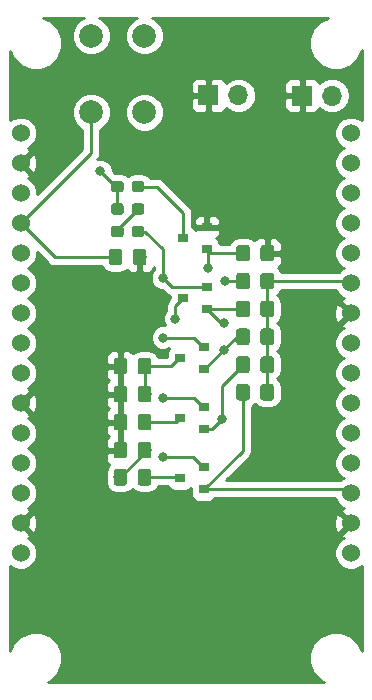
<source format=gbr>
G04 #@! TF.GenerationSoftware,KiCad,Pcbnew,(5.0.2)-1*
G04 #@! TF.CreationDate,2019-06-21T14:02:06+05:30*
G04 #@! TF.ProjectId,CapacityOfBattery,43617061-6369-4747-994f-664261747465,rev?*
G04 #@! TF.SameCoordinates,Original*
G04 #@! TF.FileFunction,Copper,L1,Top*
G04 #@! TF.FilePolarity,Positive*
%FSLAX46Y46*%
G04 Gerber Fmt 4.6, Leading zero omitted, Abs format (unit mm)*
G04 Created by KiCad (PCBNEW (5.0.2)-1) date 06/21/19 14:02:06*
%MOMM*%
%LPD*%
G01*
G04 APERTURE LIST*
G04 #@! TA.AperFunction,Conductor*
%ADD10C,0.100000*%
G04 #@! TD*
G04 #@! TA.AperFunction,SMDPad,CuDef*
%ADD11C,1.150000*%
G04 #@! TD*
G04 #@! TA.AperFunction,ComponentPad*
%ADD12C,1.524000*%
G04 #@! TD*
G04 #@! TA.AperFunction,ComponentPad*
%ADD13C,2.000000*%
G04 #@! TD*
G04 #@! TA.AperFunction,SMDPad,CuDef*
%ADD14R,0.900000X0.800000*%
G04 #@! TD*
G04 #@! TA.AperFunction,ComponentPad*
%ADD15O,1.700000X1.700000*%
G04 #@! TD*
G04 #@! TA.AperFunction,ComponentPad*
%ADD16R,1.700000X1.700000*%
G04 #@! TD*
G04 #@! TA.AperFunction,SMDPad,CuDef*
%ADD17C,0.950000*%
G04 #@! TD*
G04 #@! TA.AperFunction,ViaPad*
%ADD18C,0.800000*%
G04 #@! TD*
G04 #@! TA.AperFunction,Conductor*
%ADD19C,0.250000*%
G04 #@! TD*
G04 #@! TA.AperFunction,Conductor*
%ADD20C,0.254000*%
G04 #@! TD*
G04 APERTURE END LIST*
D10*
G04 #@! TO.N,GND*
G04 #@! TO.C,RL4*
G36*
X23654505Y-44261204D02*
X23678773Y-44264804D01*
X23702572Y-44270765D01*
X23725671Y-44279030D01*
X23747850Y-44289520D01*
X23768893Y-44302132D01*
X23788599Y-44316747D01*
X23806777Y-44333223D01*
X23823253Y-44351401D01*
X23837868Y-44371107D01*
X23850480Y-44392150D01*
X23860970Y-44414329D01*
X23869235Y-44437428D01*
X23875196Y-44461227D01*
X23878796Y-44485495D01*
X23880000Y-44509999D01*
X23880000Y-45410001D01*
X23878796Y-45434505D01*
X23875196Y-45458773D01*
X23869235Y-45482572D01*
X23860970Y-45505671D01*
X23850480Y-45527850D01*
X23837868Y-45548893D01*
X23823253Y-45568599D01*
X23806777Y-45586777D01*
X23788599Y-45603253D01*
X23768893Y-45617868D01*
X23747850Y-45630480D01*
X23725671Y-45640970D01*
X23702572Y-45649235D01*
X23678773Y-45655196D01*
X23654505Y-45658796D01*
X23630001Y-45660000D01*
X22979999Y-45660000D01*
X22955495Y-45658796D01*
X22931227Y-45655196D01*
X22907428Y-45649235D01*
X22884329Y-45640970D01*
X22862150Y-45630480D01*
X22841107Y-45617868D01*
X22821401Y-45603253D01*
X22803223Y-45586777D01*
X22786747Y-45568599D01*
X22772132Y-45548893D01*
X22759520Y-45527850D01*
X22749030Y-45505671D01*
X22740765Y-45482572D01*
X22734804Y-45458773D01*
X22731204Y-45434505D01*
X22730000Y-45410001D01*
X22730000Y-44509999D01*
X22731204Y-44485495D01*
X22734804Y-44461227D01*
X22740765Y-44437428D01*
X22749030Y-44414329D01*
X22759520Y-44392150D01*
X22772132Y-44371107D01*
X22786747Y-44351401D01*
X22803223Y-44333223D01*
X22821401Y-44316747D01*
X22841107Y-44302132D01*
X22862150Y-44289520D01*
X22884329Y-44279030D01*
X22907428Y-44270765D01*
X22931227Y-44264804D01*
X22955495Y-44261204D01*
X22979999Y-44260000D01*
X23630001Y-44260000D01*
X23654505Y-44261204D01*
X23654505Y-44261204D01*
G37*
D11*
G04 #@! TD*
G04 #@! TO.P,RL4,2*
G04 #@! TO.N,GND*
X23305000Y-44960000D03*
D10*
G04 #@! TO.N,Net-(Q3-Pad3)*
G04 #@! TO.C,RL4*
G36*
X25704505Y-44261204D02*
X25728773Y-44264804D01*
X25752572Y-44270765D01*
X25775671Y-44279030D01*
X25797850Y-44289520D01*
X25818893Y-44302132D01*
X25838599Y-44316747D01*
X25856777Y-44333223D01*
X25873253Y-44351401D01*
X25887868Y-44371107D01*
X25900480Y-44392150D01*
X25910970Y-44414329D01*
X25919235Y-44437428D01*
X25925196Y-44461227D01*
X25928796Y-44485495D01*
X25930000Y-44509999D01*
X25930000Y-45410001D01*
X25928796Y-45434505D01*
X25925196Y-45458773D01*
X25919235Y-45482572D01*
X25910970Y-45505671D01*
X25900480Y-45527850D01*
X25887868Y-45548893D01*
X25873253Y-45568599D01*
X25856777Y-45586777D01*
X25838599Y-45603253D01*
X25818893Y-45617868D01*
X25797850Y-45630480D01*
X25775671Y-45640970D01*
X25752572Y-45649235D01*
X25728773Y-45655196D01*
X25704505Y-45658796D01*
X25680001Y-45660000D01*
X25029999Y-45660000D01*
X25005495Y-45658796D01*
X24981227Y-45655196D01*
X24957428Y-45649235D01*
X24934329Y-45640970D01*
X24912150Y-45630480D01*
X24891107Y-45617868D01*
X24871401Y-45603253D01*
X24853223Y-45586777D01*
X24836747Y-45568599D01*
X24822132Y-45548893D01*
X24809520Y-45527850D01*
X24799030Y-45505671D01*
X24790765Y-45482572D01*
X24784804Y-45458773D01*
X24781204Y-45434505D01*
X24780000Y-45410001D01*
X24780000Y-44509999D01*
X24781204Y-44485495D01*
X24784804Y-44461227D01*
X24790765Y-44437428D01*
X24799030Y-44414329D01*
X24809520Y-44392150D01*
X24822132Y-44371107D01*
X24836747Y-44351401D01*
X24853223Y-44333223D01*
X24871401Y-44316747D01*
X24891107Y-44302132D01*
X24912150Y-44289520D01*
X24934329Y-44279030D01*
X24957428Y-44270765D01*
X24981227Y-44264804D01*
X25005495Y-44261204D01*
X25029999Y-44260000D01*
X25680001Y-44260000D01*
X25704505Y-44261204D01*
X25704505Y-44261204D01*
G37*
D11*
G04 #@! TD*
G04 #@! TO.P,RL4,1*
G04 #@! TO.N,Net-(Q3-Pad3)*
X25355000Y-44960000D03*
D10*
G04 #@! TO.N,Net-(Q3-Pad3)*
G04 #@! TO.C,RL5*
G36*
X25694505Y-41891204D02*
X25718773Y-41894804D01*
X25742572Y-41900765D01*
X25765671Y-41909030D01*
X25787850Y-41919520D01*
X25808893Y-41932132D01*
X25828599Y-41946747D01*
X25846777Y-41963223D01*
X25863253Y-41981401D01*
X25877868Y-42001107D01*
X25890480Y-42022150D01*
X25900970Y-42044329D01*
X25909235Y-42067428D01*
X25915196Y-42091227D01*
X25918796Y-42115495D01*
X25920000Y-42139999D01*
X25920000Y-43040001D01*
X25918796Y-43064505D01*
X25915196Y-43088773D01*
X25909235Y-43112572D01*
X25900970Y-43135671D01*
X25890480Y-43157850D01*
X25877868Y-43178893D01*
X25863253Y-43198599D01*
X25846777Y-43216777D01*
X25828599Y-43233253D01*
X25808893Y-43247868D01*
X25787850Y-43260480D01*
X25765671Y-43270970D01*
X25742572Y-43279235D01*
X25718773Y-43285196D01*
X25694505Y-43288796D01*
X25670001Y-43290000D01*
X25019999Y-43290000D01*
X24995495Y-43288796D01*
X24971227Y-43285196D01*
X24947428Y-43279235D01*
X24924329Y-43270970D01*
X24902150Y-43260480D01*
X24881107Y-43247868D01*
X24861401Y-43233253D01*
X24843223Y-43216777D01*
X24826747Y-43198599D01*
X24812132Y-43178893D01*
X24799520Y-43157850D01*
X24789030Y-43135671D01*
X24780765Y-43112572D01*
X24774804Y-43088773D01*
X24771204Y-43064505D01*
X24770000Y-43040001D01*
X24770000Y-42139999D01*
X24771204Y-42115495D01*
X24774804Y-42091227D01*
X24780765Y-42067428D01*
X24789030Y-42044329D01*
X24799520Y-42022150D01*
X24812132Y-42001107D01*
X24826747Y-41981401D01*
X24843223Y-41963223D01*
X24861401Y-41946747D01*
X24881107Y-41932132D01*
X24902150Y-41919520D01*
X24924329Y-41909030D01*
X24947428Y-41900765D01*
X24971227Y-41894804D01*
X24995495Y-41891204D01*
X25019999Y-41890000D01*
X25670001Y-41890000D01*
X25694505Y-41891204D01*
X25694505Y-41891204D01*
G37*
D11*
G04 #@! TD*
G04 #@! TO.P,RL5,1*
G04 #@! TO.N,Net-(Q3-Pad3)*
X25345000Y-42590000D03*
D10*
G04 #@! TO.N,GND*
G04 #@! TO.C,RL5*
G36*
X23644505Y-41891204D02*
X23668773Y-41894804D01*
X23692572Y-41900765D01*
X23715671Y-41909030D01*
X23737850Y-41919520D01*
X23758893Y-41932132D01*
X23778599Y-41946747D01*
X23796777Y-41963223D01*
X23813253Y-41981401D01*
X23827868Y-42001107D01*
X23840480Y-42022150D01*
X23850970Y-42044329D01*
X23859235Y-42067428D01*
X23865196Y-42091227D01*
X23868796Y-42115495D01*
X23870000Y-42139999D01*
X23870000Y-43040001D01*
X23868796Y-43064505D01*
X23865196Y-43088773D01*
X23859235Y-43112572D01*
X23850970Y-43135671D01*
X23840480Y-43157850D01*
X23827868Y-43178893D01*
X23813253Y-43198599D01*
X23796777Y-43216777D01*
X23778599Y-43233253D01*
X23758893Y-43247868D01*
X23737850Y-43260480D01*
X23715671Y-43270970D01*
X23692572Y-43279235D01*
X23668773Y-43285196D01*
X23644505Y-43288796D01*
X23620001Y-43290000D01*
X22969999Y-43290000D01*
X22945495Y-43288796D01*
X22921227Y-43285196D01*
X22897428Y-43279235D01*
X22874329Y-43270970D01*
X22852150Y-43260480D01*
X22831107Y-43247868D01*
X22811401Y-43233253D01*
X22793223Y-43216777D01*
X22776747Y-43198599D01*
X22762132Y-43178893D01*
X22749520Y-43157850D01*
X22739030Y-43135671D01*
X22730765Y-43112572D01*
X22724804Y-43088773D01*
X22721204Y-43064505D01*
X22720000Y-43040001D01*
X22720000Y-42139999D01*
X22721204Y-42115495D01*
X22724804Y-42091227D01*
X22730765Y-42067428D01*
X22739030Y-42044329D01*
X22749520Y-42022150D01*
X22762132Y-42001107D01*
X22776747Y-41981401D01*
X22793223Y-41963223D01*
X22811401Y-41946747D01*
X22831107Y-41932132D01*
X22852150Y-41919520D01*
X22874329Y-41909030D01*
X22897428Y-41900765D01*
X22921227Y-41894804D01*
X22945495Y-41891204D01*
X22969999Y-41890000D01*
X23620001Y-41890000D01*
X23644505Y-41891204D01*
X23644505Y-41891204D01*
G37*
D11*
G04 #@! TD*
G04 #@! TO.P,RL5,2*
G04 #@! TO.N,GND*
X23295000Y-42590000D03*
D12*
G04 #@! TO.P,,30*
G04 #@! TO.N,/LED1*
X42810000Y-22860000D03*
G04 #@! TO.P,,29*
G04 #@! TO.N,/LED2*
X42810000Y-25400000D03*
G04 #@! TO.P,,28*
G04 #@! TO.N,/LED3*
X42810000Y-27940000D03*
G04 #@! TO.P,,27*
G04 #@! TO.N,Net-(U1-Pad27)*
X42810000Y-30480000D03*
G04 #@! TO.P,,26*
G04 #@! TO.N,Net-(U1-Pad26)*
X42810000Y-33020000D03*
G04 #@! TO.P,,25*
G04 #@! TO.N,/Vcc*
X42810000Y-35560000D03*
G04 #@! TO.P,,24*
G04 #@! TO.N,GND*
X42810000Y-38100000D03*
G04 #@! TO.P,,23*
G04 #@! TO.N,/LED4*
X42810000Y-40640000D03*
G04 #@! TO.P,,22*
G04 #@! TO.N,/En_VD*
X42810000Y-43180000D03*
G04 #@! TO.P,,21*
G04 #@! TO.N,/Ctrl4*
X42810000Y-45720000D03*
G04 #@! TO.P,,20*
G04 #@! TO.N,/Ctrl3*
X42810000Y-48260000D03*
G04 #@! TO.P,,19*
G04 #@! TO.N,/Ctrl2*
X42810000Y-50800000D03*
G04 #@! TO.P,,18*
G04 #@! TO.N,/Ctrl1*
X42810000Y-53340000D03*
G04 #@! TO.P,,17*
G04 #@! TO.N,GND*
X42810000Y-55880000D03*
G04 #@! TO.P,,16*
G04 #@! TO.N,/Vcc*
X42810000Y-58420000D03*
G04 #@! TO.P,,15*
G04 #@! TO.N,Net-(U1-Pad15)*
X14870000Y-58420000D03*
G04 #@! TO.P,,14*
G04 #@! TO.N,GND*
X14870000Y-55880000D03*
G04 #@! TO.P,,13*
G04 #@! TO.N,Net-(U1-Pad13)*
X14870000Y-53340000D03*
G04 #@! TO.P,,12*
G04 #@! TO.N,Net-(U1-Pad12)*
X14870000Y-50800000D03*
G04 #@! TO.P,,11*
G04 #@! TO.N,/Vcc*
X14870000Y-48260000D03*
G04 #@! TO.P,,10*
G04 #@! TO.N,GND*
X14870000Y-45720000D03*
G04 #@! TO.P,,9*
G04 #@! TO.N,Net-(U1-Pad9)*
X14870000Y-43180000D03*
G04 #@! TO.P,,8*
G04 #@! TO.N,Net-(U1-Pad8)*
X14870000Y-40640000D03*
G04 #@! TO.P,,7*
G04 #@! TO.N,Net-(U1-Pad7)*
X14870000Y-38100000D03*
G04 #@! TO.P,,6*
G04 #@! TO.N,Net-(U1-Pad6)*
X14870000Y-35560000D03*
G04 #@! TO.P,,5*
G04 #@! TO.N,Net-(U1-Pad5)*
X14870000Y-33020000D03*
G04 #@! TO.P,,4*
G04 #@! TO.N,/SW*
X14870000Y-30480000D03*
G04 #@! TO.P,,3*
G04 #@! TO.N,Net-(U1-Pad3)*
X14870000Y-27940000D03*
G04 #@! TO.P,,2*
G04 #@! TO.N,GND*
X14870000Y-25400000D03*
G04 #@! TO.P,,1*
G04 #@! TO.N,/Vin*
X14870000Y-22860000D03*
G04 #@! TD*
D13*
G04 #@! TO.P,SW1,2*
G04 #@! TO.N,/SW*
X20840000Y-21100000D03*
G04 #@! TO.P,SW1,1*
G04 #@! TO.N,/Vcc*
X25340000Y-21100000D03*
G04 #@! TO.P,SW1,2*
G04 #@! TO.N,/SW*
X20840000Y-14600000D03*
G04 #@! TO.P,SW1,1*
G04 #@! TO.N,/Vcc*
X25340000Y-14600000D03*
G04 #@! TD*
D14*
G04 #@! TO.P,Q3,1*
G04 #@! TO.N,/Ctrl3*
X30350000Y-42860000D03*
G04 #@! TO.P,Q3,2*
G04 #@! TO.N,/Vbat*
X30350000Y-40960000D03*
G04 #@! TO.P,Q3,3*
G04 #@! TO.N,Net-(Q3-Pad3)*
X28350000Y-41910000D03*
G04 #@! TD*
D10*
G04 #@! TO.N,GND*
G04 #@! TO.C,R6*
G36*
X36084505Y-32321204D02*
X36108773Y-32324804D01*
X36132572Y-32330765D01*
X36155671Y-32339030D01*
X36177850Y-32349520D01*
X36198893Y-32362132D01*
X36218599Y-32376747D01*
X36236777Y-32393223D01*
X36253253Y-32411401D01*
X36267868Y-32431107D01*
X36280480Y-32452150D01*
X36290970Y-32474329D01*
X36299235Y-32497428D01*
X36305196Y-32521227D01*
X36308796Y-32545495D01*
X36310000Y-32569999D01*
X36310000Y-33470001D01*
X36308796Y-33494505D01*
X36305196Y-33518773D01*
X36299235Y-33542572D01*
X36290970Y-33565671D01*
X36280480Y-33587850D01*
X36267868Y-33608893D01*
X36253253Y-33628599D01*
X36236777Y-33646777D01*
X36218599Y-33663253D01*
X36198893Y-33677868D01*
X36177850Y-33690480D01*
X36155671Y-33700970D01*
X36132572Y-33709235D01*
X36108773Y-33715196D01*
X36084505Y-33718796D01*
X36060001Y-33720000D01*
X35409999Y-33720000D01*
X35385495Y-33718796D01*
X35361227Y-33715196D01*
X35337428Y-33709235D01*
X35314329Y-33700970D01*
X35292150Y-33690480D01*
X35271107Y-33677868D01*
X35251401Y-33663253D01*
X35233223Y-33646777D01*
X35216747Y-33628599D01*
X35202132Y-33608893D01*
X35189520Y-33587850D01*
X35179030Y-33565671D01*
X35170765Y-33542572D01*
X35164804Y-33518773D01*
X35161204Y-33494505D01*
X35160000Y-33470001D01*
X35160000Y-32569999D01*
X35161204Y-32545495D01*
X35164804Y-32521227D01*
X35170765Y-32497428D01*
X35179030Y-32474329D01*
X35189520Y-32452150D01*
X35202132Y-32431107D01*
X35216747Y-32411401D01*
X35233223Y-32393223D01*
X35251401Y-32376747D01*
X35271107Y-32362132D01*
X35292150Y-32349520D01*
X35314329Y-32339030D01*
X35337428Y-32330765D01*
X35361227Y-32324804D01*
X35385495Y-32321204D01*
X35409999Y-32320000D01*
X36060001Y-32320000D01*
X36084505Y-32321204D01*
X36084505Y-32321204D01*
G37*
D11*
G04 #@! TD*
G04 #@! TO.P,R6,1*
G04 #@! TO.N,GND*
X35735000Y-33020000D03*
D10*
G04 #@! TO.N,/En_VD*
G04 #@! TO.C,R6*
G36*
X34034505Y-32321204D02*
X34058773Y-32324804D01*
X34082572Y-32330765D01*
X34105671Y-32339030D01*
X34127850Y-32349520D01*
X34148893Y-32362132D01*
X34168599Y-32376747D01*
X34186777Y-32393223D01*
X34203253Y-32411401D01*
X34217868Y-32431107D01*
X34230480Y-32452150D01*
X34240970Y-32474329D01*
X34249235Y-32497428D01*
X34255196Y-32521227D01*
X34258796Y-32545495D01*
X34260000Y-32569999D01*
X34260000Y-33470001D01*
X34258796Y-33494505D01*
X34255196Y-33518773D01*
X34249235Y-33542572D01*
X34240970Y-33565671D01*
X34230480Y-33587850D01*
X34217868Y-33608893D01*
X34203253Y-33628599D01*
X34186777Y-33646777D01*
X34168599Y-33663253D01*
X34148893Y-33677868D01*
X34127850Y-33690480D01*
X34105671Y-33700970D01*
X34082572Y-33709235D01*
X34058773Y-33715196D01*
X34034505Y-33718796D01*
X34010001Y-33720000D01*
X33359999Y-33720000D01*
X33335495Y-33718796D01*
X33311227Y-33715196D01*
X33287428Y-33709235D01*
X33264329Y-33700970D01*
X33242150Y-33690480D01*
X33221107Y-33677868D01*
X33201401Y-33663253D01*
X33183223Y-33646777D01*
X33166747Y-33628599D01*
X33152132Y-33608893D01*
X33139520Y-33587850D01*
X33129030Y-33565671D01*
X33120765Y-33542572D01*
X33114804Y-33518773D01*
X33111204Y-33494505D01*
X33110000Y-33470001D01*
X33110000Y-32569999D01*
X33111204Y-32545495D01*
X33114804Y-32521227D01*
X33120765Y-32497428D01*
X33129030Y-32474329D01*
X33139520Y-32452150D01*
X33152132Y-32431107D01*
X33166747Y-32411401D01*
X33183223Y-32393223D01*
X33201401Y-32376747D01*
X33221107Y-32362132D01*
X33242150Y-32349520D01*
X33264329Y-32339030D01*
X33287428Y-32330765D01*
X33311227Y-32324804D01*
X33335495Y-32321204D01*
X33359999Y-32320000D01*
X34010001Y-32320000D01*
X34034505Y-32321204D01*
X34034505Y-32321204D01*
G37*
D11*
G04 #@! TD*
G04 #@! TO.P,R6,2*
G04 #@! TO.N,/En_VD*
X33685000Y-33020000D03*
D15*
G04 #@! TO.P,J2,2*
G04 #@! TO.N,/dut*
X41220000Y-19680000D03*
D16*
G04 #@! TO.P,J2,1*
G04 #@! TO.N,GND*
X38680000Y-19680000D03*
G04 #@! TD*
G04 #@! TO.P,J1,1*
G04 #@! TO.N,GND*
X30750000Y-19650000D03*
D15*
G04 #@! TO.P,J1,2*
G04 #@! TO.N,/Vbat*
X33290000Y-19650000D03*
G04 #@! TD*
D14*
G04 #@! TO.P,Q1,1*
G04 #@! TO.N,/Ctrl1*
X30350000Y-53020000D03*
G04 #@! TO.P,Q1,2*
G04 #@! TO.N,/Vbat*
X30350000Y-51120000D03*
G04 #@! TO.P,Q1,3*
G04 #@! TO.N,Net-(Q1-Pad3)*
X28350000Y-52070000D03*
G04 #@! TD*
G04 #@! TO.P,Q2,3*
G04 #@! TO.N,Net-(Q2-Pad3)*
X28350000Y-46990000D03*
G04 #@! TO.P,Q2,2*
G04 #@! TO.N,/Vbat*
X30350000Y-46040000D03*
G04 #@! TO.P,Q2,1*
G04 #@! TO.N,/Ctrl2*
X30350000Y-47940000D03*
G04 #@! TD*
G04 #@! TO.P,Q4,3*
G04 #@! TO.N,/dut*
X28630000Y-36830000D03*
G04 #@! TO.P,Q4,2*
G04 #@! TO.N,/Vbat*
X30630000Y-35880000D03*
G04 #@! TO.P,Q4,1*
G04 #@! TO.N,/Ctrl4*
X30630000Y-37780000D03*
G04 #@! TD*
D10*
G04 #@! TO.N,/Vcc*
G04 #@! TO.C,R1*
G36*
X36074505Y-44101204D02*
X36098773Y-44104804D01*
X36122572Y-44110765D01*
X36145671Y-44119030D01*
X36167850Y-44129520D01*
X36188893Y-44142132D01*
X36208599Y-44156747D01*
X36226777Y-44173223D01*
X36243253Y-44191401D01*
X36257868Y-44211107D01*
X36270480Y-44232150D01*
X36280970Y-44254329D01*
X36289235Y-44277428D01*
X36295196Y-44301227D01*
X36298796Y-44325495D01*
X36300000Y-44349999D01*
X36300000Y-45250001D01*
X36298796Y-45274505D01*
X36295196Y-45298773D01*
X36289235Y-45322572D01*
X36280970Y-45345671D01*
X36270480Y-45367850D01*
X36257868Y-45388893D01*
X36243253Y-45408599D01*
X36226777Y-45426777D01*
X36208599Y-45443253D01*
X36188893Y-45457868D01*
X36167850Y-45470480D01*
X36145671Y-45480970D01*
X36122572Y-45489235D01*
X36098773Y-45495196D01*
X36074505Y-45498796D01*
X36050001Y-45500000D01*
X35399999Y-45500000D01*
X35375495Y-45498796D01*
X35351227Y-45495196D01*
X35327428Y-45489235D01*
X35304329Y-45480970D01*
X35282150Y-45470480D01*
X35261107Y-45457868D01*
X35241401Y-45443253D01*
X35223223Y-45426777D01*
X35206747Y-45408599D01*
X35192132Y-45388893D01*
X35179520Y-45367850D01*
X35169030Y-45345671D01*
X35160765Y-45322572D01*
X35154804Y-45298773D01*
X35151204Y-45274505D01*
X35150000Y-45250001D01*
X35150000Y-44349999D01*
X35151204Y-44325495D01*
X35154804Y-44301227D01*
X35160765Y-44277428D01*
X35169030Y-44254329D01*
X35179520Y-44232150D01*
X35192132Y-44211107D01*
X35206747Y-44191401D01*
X35223223Y-44173223D01*
X35241401Y-44156747D01*
X35261107Y-44142132D01*
X35282150Y-44129520D01*
X35304329Y-44119030D01*
X35327428Y-44110765D01*
X35351227Y-44104804D01*
X35375495Y-44101204D01*
X35399999Y-44100000D01*
X36050001Y-44100000D01*
X36074505Y-44101204D01*
X36074505Y-44101204D01*
G37*
D11*
G04 #@! TD*
G04 #@! TO.P,R1,1*
G04 #@! TO.N,/Vcc*
X35725000Y-44800000D03*
D10*
G04 #@! TO.N,/Ctrl1*
G04 #@! TO.C,R1*
G36*
X34024505Y-44101204D02*
X34048773Y-44104804D01*
X34072572Y-44110765D01*
X34095671Y-44119030D01*
X34117850Y-44129520D01*
X34138893Y-44142132D01*
X34158599Y-44156747D01*
X34176777Y-44173223D01*
X34193253Y-44191401D01*
X34207868Y-44211107D01*
X34220480Y-44232150D01*
X34230970Y-44254329D01*
X34239235Y-44277428D01*
X34245196Y-44301227D01*
X34248796Y-44325495D01*
X34250000Y-44349999D01*
X34250000Y-45250001D01*
X34248796Y-45274505D01*
X34245196Y-45298773D01*
X34239235Y-45322572D01*
X34230970Y-45345671D01*
X34220480Y-45367850D01*
X34207868Y-45388893D01*
X34193253Y-45408599D01*
X34176777Y-45426777D01*
X34158599Y-45443253D01*
X34138893Y-45457868D01*
X34117850Y-45470480D01*
X34095671Y-45480970D01*
X34072572Y-45489235D01*
X34048773Y-45495196D01*
X34024505Y-45498796D01*
X34000001Y-45500000D01*
X33349999Y-45500000D01*
X33325495Y-45498796D01*
X33301227Y-45495196D01*
X33277428Y-45489235D01*
X33254329Y-45480970D01*
X33232150Y-45470480D01*
X33211107Y-45457868D01*
X33191401Y-45443253D01*
X33173223Y-45426777D01*
X33156747Y-45408599D01*
X33142132Y-45388893D01*
X33129520Y-45367850D01*
X33119030Y-45345671D01*
X33110765Y-45322572D01*
X33104804Y-45298773D01*
X33101204Y-45274505D01*
X33100000Y-45250001D01*
X33100000Y-44349999D01*
X33101204Y-44325495D01*
X33104804Y-44301227D01*
X33110765Y-44277428D01*
X33119030Y-44254329D01*
X33129520Y-44232150D01*
X33142132Y-44211107D01*
X33156747Y-44191401D01*
X33173223Y-44173223D01*
X33191401Y-44156747D01*
X33211107Y-44142132D01*
X33232150Y-44129520D01*
X33254329Y-44119030D01*
X33277428Y-44110765D01*
X33301227Y-44104804D01*
X33325495Y-44101204D01*
X33349999Y-44100000D01*
X34000001Y-44100000D01*
X34024505Y-44101204D01*
X34024505Y-44101204D01*
G37*
D11*
G04 #@! TD*
G04 #@! TO.P,R1,2*
G04 #@! TO.N,/Ctrl1*
X33675000Y-44800000D03*
D10*
G04 #@! TO.N,/Ctrl2*
G04 #@! TO.C,R3*
G36*
X34034505Y-41761204D02*
X34058773Y-41764804D01*
X34082572Y-41770765D01*
X34105671Y-41779030D01*
X34127850Y-41789520D01*
X34148893Y-41802132D01*
X34168599Y-41816747D01*
X34186777Y-41833223D01*
X34203253Y-41851401D01*
X34217868Y-41871107D01*
X34230480Y-41892150D01*
X34240970Y-41914329D01*
X34249235Y-41937428D01*
X34255196Y-41961227D01*
X34258796Y-41985495D01*
X34260000Y-42009999D01*
X34260000Y-42910001D01*
X34258796Y-42934505D01*
X34255196Y-42958773D01*
X34249235Y-42982572D01*
X34240970Y-43005671D01*
X34230480Y-43027850D01*
X34217868Y-43048893D01*
X34203253Y-43068599D01*
X34186777Y-43086777D01*
X34168599Y-43103253D01*
X34148893Y-43117868D01*
X34127850Y-43130480D01*
X34105671Y-43140970D01*
X34082572Y-43149235D01*
X34058773Y-43155196D01*
X34034505Y-43158796D01*
X34010001Y-43160000D01*
X33359999Y-43160000D01*
X33335495Y-43158796D01*
X33311227Y-43155196D01*
X33287428Y-43149235D01*
X33264329Y-43140970D01*
X33242150Y-43130480D01*
X33221107Y-43117868D01*
X33201401Y-43103253D01*
X33183223Y-43086777D01*
X33166747Y-43068599D01*
X33152132Y-43048893D01*
X33139520Y-43027850D01*
X33129030Y-43005671D01*
X33120765Y-42982572D01*
X33114804Y-42958773D01*
X33111204Y-42934505D01*
X33110000Y-42910001D01*
X33110000Y-42009999D01*
X33111204Y-41985495D01*
X33114804Y-41961227D01*
X33120765Y-41937428D01*
X33129030Y-41914329D01*
X33139520Y-41892150D01*
X33152132Y-41871107D01*
X33166747Y-41851401D01*
X33183223Y-41833223D01*
X33201401Y-41816747D01*
X33221107Y-41802132D01*
X33242150Y-41789520D01*
X33264329Y-41779030D01*
X33287428Y-41770765D01*
X33311227Y-41764804D01*
X33335495Y-41761204D01*
X33359999Y-41760000D01*
X34010001Y-41760000D01*
X34034505Y-41761204D01*
X34034505Y-41761204D01*
G37*
D11*
G04 #@! TD*
G04 #@! TO.P,R3,2*
G04 #@! TO.N,/Ctrl2*
X33685000Y-42460000D03*
D10*
G04 #@! TO.N,/Vcc*
G04 #@! TO.C,R3*
G36*
X36084505Y-41761204D02*
X36108773Y-41764804D01*
X36132572Y-41770765D01*
X36155671Y-41779030D01*
X36177850Y-41789520D01*
X36198893Y-41802132D01*
X36218599Y-41816747D01*
X36236777Y-41833223D01*
X36253253Y-41851401D01*
X36267868Y-41871107D01*
X36280480Y-41892150D01*
X36290970Y-41914329D01*
X36299235Y-41937428D01*
X36305196Y-41961227D01*
X36308796Y-41985495D01*
X36310000Y-42009999D01*
X36310000Y-42910001D01*
X36308796Y-42934505D01*
X36305196Y-42958773D01*
X36299235Y-42982572D01*
X36290970Y-43005671D01*
X36280480Y-43027850D01*
X36267868Y-43048893D01*
X36253253Y-43068599D01*
X36236777Y-43086777D01*
X36218599Y-43103253D01*
X36198893Y-43117868D01*
X36177850Y-43130480D01*
X36155671Y-43140970D01*
X36132572Y-43149235D01*
X36108773Y-43155196D01*
X36084505Y-43158796D01*
X36060001Y-43160000D01*
X35409999Y-43160000D01*
X35385495Y-43158796D01*
X35361227Y-43155196D01*
X35337428Y-43149235D01*
X35314329Y-43140970D01*
X35292150Y-43130480D01*
X35271107Y-43117868D01*
X35251401Y-43103253D01*
X35233223Y-43086777D01*
X35216747Y-43068599D01*
X35202132Y-43048893D01*
X35189520Y-43027850D01*
X35179030Y-43005671D01*
X35170765Y-42982572D01*
X35164804Y-42958773D01*
X35161204Y-42934505D01*
X35160000Y-42910001D01*
X35160000Y-42009999D01*
X35161204Y-41985495D01*
X35164804Y-41961227D01*
X35170765Y-41937428D01*
X35179030Y-41914329D01*
X35189520Y-41892150D01*
X35202132Y-41871107D01*
X35216747Y-41851401D01*
X35233223Y-41833223D01*
X35251401Y-41816747D01*
X35271107Y-41802132D01*
X35292150Y-41789520D01*
X35314329Y-41779030D01*
X35337428Y-41770765D01*
X35361227Y-41764804D01*
X35385495Y-41761204D01*
X35409999Y-41760000D01*
X36060001Y-41760000D01*
X36084505Y-41761204D01*
X36084505Y-41761204D01*
G37*
D11*
G04 #@! TD*
G04 #@! TO.P,R3,1*
G04 #@! TO.N,/Vcc*
X35735000Y-42460000D03*
D10*
G04 #@! TO.N,/Vcc*
G04 #@! TO.C,R4*
G36*
X36084505Y-39401204D02*
X36108773Y-39404804D01*
X36132572Y-39410765D01*
X36155671Y-39419030D01*
X36177850Y-39429520D01*
X36198893Y-39442132D01*
X36218599Y-39456747D01*
X36236777Y-39473223D01*
X36253253Y-39491401D01*
X36267868Y-39511107D01*
X36280480Y-39532150D01*
X36290970Y-39554329D01*
X36299235Y-39577428D01*
X36305196Y-39601227D01*
X36308796Y-39625495D01*
X36310000Y-39649999D01*
X36310000Y-40550001D01*
X36308796Y-40574505D01*
X36305196Y-40598773D01*
X36299235Y-40622572D01*
X36290970Y-40645671D01*
X36280480Y-40667850D01*
X36267868Y-40688893D01*
X36253253Y-40708599D01*
X36236777Y-40726777D01*
X36218599Y-40743253D01*
X36198893Y-40757868D01*
X36177850Y-40770480D01*
X36155671Y-40780970D01*
X36132572Y-40789235D01*
X36108773Y-40795196D01*
X36084505Y-40798796D01*
X36060001Y-40800000D01*
X35409999Y-40800000D01*
X35385495Y-40798796D01*
X35361227Y-40795196D01*
X35337428Y-40789235D01*
X35314329Y-40780970D01*
X35292150Y-40770480D01*
X35271107Y-40757868D01*
X35251401Y-40743253D01*
X35233223Y-40726777D01*
X35216747Y-40708599D01*
X35202132Y-40688893D01*
X35189520Y-40667850D01*
X35179030Y-40645671D01*
X35170765Y-40622572D01*
X35164804Y-40598773D01*
X35161204Y-40574505D01*
X35160000Y-40550001D01*
X35160000Y-39649999D01*
X35161204Y-39625495D01*
X35164804Y-39601227D01*
X35170765Y-39577428D01*
X35179030Y-39554329D01*
X35189520Y-39532150D01*
X35202132Y-39511107D01*
X35216747Y-39491401D01*
X35233223Y-39473223D01*
X35251401Y-39456747D01*
X35271107Y-39442132D01*
X35292150Y-39429520D01*
X35314329Y-39419030D01*
X35337428Y-39410765D01*
X35361227Y-39404804D01*
X35385495Y-39401204D01*
X35409999Y-39400000D01*
X36060001Y-39400000D01*
X36084505Y-39401204D01*
X36084505Y-39401204D01*
G37*
D11*
G04 #@! TD*
G04 #@! TO.P,R4,1*
G04 #@! TO.N,/Vcc*
X35735000Y-40100000D03*
D10*
G04 #@! TO.N,/Ctrl3*
G04 #@! TO.C,R4*
G36*
X34034505Y-39401204D02*
X34058773Y-39404804D01*
X34082572Y-39410765D01*
X34105671Y-39419030D01*
X34127850Y-39429520D01*
X34148893Y-39442132D01*
X34168599Y-39456747D01*
X34186777Y-39473223D01*
X34203253Y-39491401D01*
X34217868Y-39511107D01*
X34230480Y-39532150D01*
X34240970Y-39554329D01*
X34249235Y-39577428D01*
X34255196Y-39601227D01*
X34258796Y-39625495D01*
X34260000Y-39649999D01*
X34260000Y-40550001D01*
X34258796Y-40574505D01*
X34255196Y-40598773D01*
X34249235Y-40622572D01*
X34240970Y-40645671D01*
X34230480Y-40667850D01*
X34217868Y-40688893D01*
X34203253Y-40708599D01*
X34186777Y-40726777D01*
X34168599Y-40743253D01*
X34148893Y-40757868D01*
X34127850Y-40770480D01*
X34105671Y-40780970D01*
X34082572Y-40789235D01*
X34058773Y-40795196D01*
X34034505Y-40798796D01*
X34010001Y-40800000D01*
X33359999Y-40800000D01*
X33335495Y-40798796D01*
X33311227Y-40795196D01*
X33287428Y-40789235D01*
X33264329Y-40780970D01*
X33242150Y-40770480D01*
X33221107Y-40757868D01*
X33201401Y-40743253D01*
X33183223Y-40726777D01*
X33166747Y-40708599D01*
X33152132Y-40688893D01*
X33139520Y-40667850D01*
X33129030Y-40645671D01*
X33120765Y-40622572D01*
X33114804Y-40598773D01*
X33111204Y-40574505D01*
X33110000Y-40550001D01*
X33110000Y-39649999D01*
X33111204Y-39625495D01*
X33114804Y-39601227D01*
X33120765Y-39577428D01*
X33129030Y-39554329D01*
X33139520Y-39532150D01*
X33152132Y-39511107D01*
X33166747Y-39491401D01*
X33183223Y-39473223D01*
X33201401Y-39456747D01*
X33221107Y-39442132D01*
X33242150Y-39429520D01*
X33264329Y-39419030D01*
X33287428Y-39410765D01*
X33311227Y-39404804D01*
X33335495Y-39401204D01*
X33359999Y-39400000D01*
X34010001Y-39400000D01*
X34034505Y-39401204D01*
X34034505Y-39401204D01*
G37*
D11*
G04 #@! TD*
G04 #@! TO.P,R4,2*
G04 #@! TO.N,/Ctrl3*
X33685000Y-40100000D03*
D10*
G04 #@! TO.N,/Ctrl4*
G04 #@! TO.C,R5*
G36*
X34034505Y-37041204D02*
X34058773Y-37044804D01*
X34082572Y-37050765D01*
X34105671Y-37059030D01*
X34127850Y-37069520D01*
X34148893Y-37082132D01*
X34168599Y-37096747D01*
X34186777Y-37113223D01*
X34203253Y-37131401D01*
X34217868Y-37151107D01*
X34230480Y-37172150D01*
X34240970Y-37194329D01*
X34249235Y-37217428D01*
X34255196Y-37241227D01*
X34258796Y-37265495D01*
X34260000Y-37289999D01*
X34260000Y-38190001D01*
X34258796Y-38214505D01*
X34255196Y-38238773D01*
X34249235Y-38262572D01*
X34240970Y-38285671D01*
X34230480Y-38307850D01*
X34217868Y-38328893D01*
X34203253Y-38348599D01*
X34186777Y-38366777D01*
X34168599Y-38383253D01*
X34148893Y-38397868D01*
X34127850Y-38410480D01*
X34105671Y-38420970D01*
X34082572Y-38429235D01*
X34058773Y-38435196D01*
X34034505Y-38438796D01*
X34010001Y-38440000D01*
X33359999Y-38440000D01*
X33335495Y-38438796D01*
X33311227Y-38435196D01*
X33287428Y-38429235D01*
X33264329Y-38420970D01*
X33242150Y-38410480D01*
X33221107Y-38397868D01*
X33201401Y-38383253D01*
X33183223Y-38366777D01*
X33166747Y-38348599D01*
X33152132Y-38328893D01*
X33139520Y-38307850D01*
X33129030Y-38285671D01*
X33120765Y-38262572D01*
X33114804Y-38238773D01*
X33111204Y-38214505D01*
X33110000Y-38190001D01*
X33110000Y-37289999D01*
X33111204Y-37265495D01*
X33114804Y-37241227D01*
X33120765Y-37217428D01*
X33129030Y-37194329D01*
X33139520Y-37172150D01*
X33152132Y-37151107D01*
X33166747Y-37131401D01*
X33183223Y-37113223D01*
X33201401Y-37096747D01*
X33221107Y-37082132D01*
X33242150Y-37069520D01*
X33264329Y-37059030D01*
X33287428Y-37050765D01*
X33311227Y-37044804D01*
X33335495Y-37041204D01*
X33359999Y-37040000D01*
X34010001Y-37040000D01*
X34034505Y-37041204D01*
X34034505Y-37041204D01*
G37*
D11*
G04 #@! TD*
G04 #@! TO.P,R5,2*
G04 #@! TO.N,/Ctrl4*
X33685000Y-37740000D03*
D10*
G04 #@! TO.N,/Vcc*
G04 #@! TO.C,R5*
G36*
X36084505Y-37041204D02*
X36108773Y-37044804D01*
X36132572Y-37050765D01*
X36155671Y-37059030D01*
X36177850Y-37069520D01*
X36198893Y-37082132D01*
X36218599Y-37096747D01*
X36236777Y-37113223D01*
X36253253Y-37131401D01*
X36267868Y-37151107D01*
X36280480Y-37172150D01*
X36290970Y-37194329D01*
X36299235Y-37217428D01*
X36305196Y-37241227D01*
X36308796Y-37265495D01*
X36310000Y-37289999D01*
X36310000Y-38190001D01*
X36308796Y-38214505D01*
X36305196Y-38238773D01*
X36299235Y-38262572D01*
X36290970Y-38285671D01*
X36280480Y-38307850D01*
X36267868Y-38328893D01*
X36253253Y-38348599D01*
X36236777Y-38366777D01*
X36218599Y-38383253D01*
X36198893Y-38397868D01*
X36177850Y-38410480D01*
X36155671Y-38420970D01*
X36132572Y-38429235D01*
X36108773Y-38435196D01*
X36084505Y-38438796D01*
X36060001Y-38440000D01*
X35409999Y-38440000D01*
X35385495Y-38438796D01*
X35361227Y-38435196D01*
X35337428Y-38429235D01*
X35314329Y-38420970D01*
X35292150Y-38410480D01*
X35271107Y-38397868D01*
X35251401Y-38383253D01*
X35233223Y-38366777D01*
X35216747Y-38348599D01*
X35202132Y-38328893D01*
X35189520Y-38307850D01*
X35179030Y-38285671D01*
X35170765Y-38262572D01*
X35164804Y-38238773D01*
X35161204Y-38214505D01*
X35160000Y-38190001D01*
X35160000Y-37289999D01*
X35161204Y-37265495D01*
X35164804Y-37241227D01*
X35170765Y-37217428D01*
X35179030Y-37194329D01*
X35189520Y-37172150D01*
X35202132Y-37151107D01*
X35216747Y-37131401D01*
X35233223Y-37113223D01*
X35251401Y-37096747D01*
X35271107Y-37082132D01*
X35292150Y-37069520D01*
X35314329Y-37059030D01*
X35337428Y-37050765D01*
X35361227Y-37044804D01*
X35385495Y-37041204D01*
X35409999Y-37040000D01*
X36060001Y-37040000D01*
X36084505Y-37041204D01*
X36084505Y-37041204D01*
G37*
D11*
G04 #@! TD*
G04 #@! TO.P,R5,1*
G04 #@! TO.N,/Vcc*
X35735000Y-37740000D03*
D10*
G04 #@! TO.N,Net-(Q1-Pad3)*
G04 #@! TO.C,RL1*
G36*
X25694505Y-51301204D02*
X25718773Y-51304804D01*
X25742572Y-51310765D01*
X25765671Y-51319030D01*
X25787850Y-51329520D01*
X25808893Y-51342132D01*
X25828599Y-51356747D01*
X25846777Y-51373223D01*
X25863253Y-51391401D01*
X25877868Y-51411107D01*
X25890480Y-51432150D01*
X25900970Y-51454329D01*
X25909235Y-51477428D01*
X25915196Y-51501227D01*
X25918796Y-51525495D01*
X25920000Y-51549999D01*
X25920000Y-52450001D01*
X25918796Y-52474505D01*
X25915196Y-52498773D01*
X25909235Y-52522572D01*
X25900970Y-52545671D01*
X25890480Y-52567850D01*
X25877868Y-52588893D01*
X25863253Y-52608599D01*
X25846777Y-52626777D01*
X25828599Y-52643253D01*
X25808893Y-52657868D01*
X25787850Y-52670480D01*
X25765671Y-52680970D01*
X25742572Y-52689235D01*
X25718773Y-52695196D01*
X25694505Y-52698796D01*
X25670001Y-52700000D01*
X25019999Y-52700000D01*
X24995495Y-52698796D01*
X24971227Y-52695196D01*
X24947428Y-52689235D01*
X24924329Y-52680970D01*
X24902150Y-52670480D01*
X24881107Y-52657868D01*
X24861401Y-52643253D01*
X24843223Y-52626777D01*
X24826747Y-52608599D01*
X24812132Y-52588893D01*
X24799520Y-52567850D01*
X24789030Y-52545671D01*
X24780765Y-52522572D01*
X24774804Y-52498773D01*
X24771204Y-52474505D01*
X24770000Y-52450001D01*
X24770000Y-51549999D01*
X24771204Y-51525495D01*
X24774804Y-51501227D01*
X24780765Y-51477428D01*
X24789030Y-51454329D01*
X24799520Y-51432150D01*
X24812132Y-51411107D01*
X24826747Y-51391401D01*
X24843223Y-51373223D01*
X24861401Y-51356747D01*
X24881107Y-51342132D01*
X24902150Y-51329520D01*
X24924329Y-51319030D01*
X24947428Y-51310765D01*
X24971227Y-51304804D01*
X24995495Y-51301204D01*
X25019999Y-51300000D01*
X25670001Y-51300000D01*
X25694505Y-51301204D01*
X25694505Y-51301204D01*
G37*
D11*
G04 #@! TD*
G04 #@! TO.P,RL1,1*
G04 #@! TO.N,Net-(Q1-Pad3)*
X25345000Y-52000000D03*
D10*
G04 #@! TO.N,Net-(RL1-Pad2)*
G04 #@! TO.C,RL1*
G36*
X23644505Y-51301204D02*
X23668773Y-51304804D01*
X23692572Y-51310765D01*
X23715671Y-51319030D01*
X23737850Y-51329520D01*
X23758893Y-51342132D01*
X23778599Y-51356747D01*
X23796777Y-51373223D01*
X23813253Y-51391401D01*
X23827868Y-51411107D01*
X23840480Y-51432150D01*
X23850970Y-51454329D01*
X23859235Y-51477428D01*
X23865196Y-51501227D01*
X23868796Y-51525495D01*
X23870000Y-51549999D01*
X23870000Y-52450001D01*
X23868796Y-52474505D01*
X23865196Y-52498773D01*
X23859235Y-52522572D01*
X23850970Y-52545671D01*
X23840480Y-52567850D01*
X23827868Y-52588893D01*
X23813253Y-52608599D01*
X23796777Y-52626777D01*
X23778599Y-52643253D01*
X23758893Y-52657868D01*
X23737850Y-52670480D01*
X23715671Y-52680970D01*
X23692572Y-52689235D01*
X23668773Y-52695196D01*
X23644505Y-52698796D01*
X23620001Y-52700000D01*
X22969999Y-52700000D01*
X22945495Y-52698796D01*
X22921227Y-52695196D01*
X22897428Y-52689235D01*
X22874329Y-52680970D01*
X22852150Y-52670480D01*
X22831107Y-52657868D01*
X22811401Y-52643253D01*
X22793223Y-52626777D01*
X22776747Y-52608599D01*
X22762132Y-52588893D01*
X22749520Y-52567850D01*
X22739030Y-52545671D01*
X22730765Y-52522572D01*
X22724804Y-52498773D01*
X22721204Y-52474505D01*
X22720000Y-52450001D01*
X22720000Y-51549999D01*
X22721204Y-51525495D01*
X22724804Y-51501227D01*
X22730765Y-51477428D01*
X22739030Y-51454329D01*
X22749520Y-51432150D01*
X22762132Y-51411107D01*
X22776747Y-51391401D01*
X22793223Y-51373223D01*
X22811401Y-51356747D01*
X22831107Y-51342132D01*
X22852150Y-51329520D01*
X22874329Y-51319030D01*
X22897428Y-51310765D01*
X22921227Y-51304804D01*
X22945495Y-51301204D01*
X22969999Y-51300000D01*
X23620001Y-51300000D01*
X23644505Y-51301204D01*
X23644505Y-51301204D01*
G37*
D11*
G04 #@! TD*
G04 #@! TO.P,RL1,2*
G04 #@! TO.N,Net-(RL1-Pad2)*
X23295000Y-52000000D03*
D10*
G04 #@! TO.N,GND*
G04 #@! TO.C,RL2*
G36*
X23644505Y-49001204D02*
X23668773Y-49004804D01*
X23692572Y-49010765D01*
X23715671Y-49019030D01*
X23737850Y-49029520D01*
X23758893Y-49042132D01*
X23778599Y-49056747D01*
X23796777Y-49073223D01*
X23813253Y-49091401D01*
X23827868Y-49111107D01*
X23840480Y-49132150D01*
X23850970Y-49154329D01*
X23859235Y-49177428D01*
X23865196Y-49201227D01*
X23868796Y-49225495D01*
X23870000Y-49249999D01*
X23870000Y-50150001D01*
X23868796Y-50174505D01*
X23865196Y-50198773D01*
X23859235Y-50222572D01*
X23850970Y-50245671D01*
X23840480Y-50267850D01*
X23827868Y-50288893D01*
X23813253Y-50308599D01*
X23796777Y-50326777D01*
X23778599Y-50343253D01*
X23758893Y-50357868D01*
X23737850Y-50370480D01*
X23715671Y-50380970D01*
X23692572Y-50389235D01*
X23668773Y-50395196D01*
X23644505Y-50398796D01*
X23620001Y-50400000D01*
X22969999Y-50400000D01*
X22945495Y-50398796D01*
X22921227Y-50395196D01*
X22897428Y-50389235D01*
X22874329Y-50380970D01*
X22852150Y-50370480D01*
X22831107Y-50357868D01*
X22811401Y-50343253D01*
X22793223Y-50326777D01*
X22776747Y-50308599D01*
X22762132Y-50288893D01*
X22749520Y-50267850D01*
X22739030Y-50245671D01*
X22730765Y-50222572D01*
X22724804Y-50198773D01*
X22721204Y-50174505D01*
X22720000Y-50150001D01*
X22720000Y-49249999D01*
X22721204Y-49225495D01*
X22724804Y-49201227D01*
X22730765Y-49177428D01*
X22739030Y-49154329D01*
X22749520Y-49132150D01*
X22762132Y-49111107D01*
X22776747Y-49091401D01*
X22793223Y-49073223D01*
X22811401Y-49056747D01*
X22831107Y-49042132D01*
X22852150Y-49029520D01*
X22874329Y-49019030D01*
X22897428Y-49010765D01*
X22921227Y-49004804D01*
X22945495Y-49001204D01*
X22969999Y-49000000D01*
X23620001Y-49000000D01*
X23644505Y-49001204D01*
X23644505Y-49001204D01*
G37*
D11*
G04 #@! TD*
G04 #@! TO.P,RL2,2*
G04 #@! TO.N,GND*
X23295000Y-49700000D03*
D10*
G04 #@! TO.N,Net-(RL1-Pad2)*
G04 #@! TO.C,RL2*
G36*
X25694505Y-49001204D02*
X25718773Y-49004804D01*
X25742572Y-49010765D01*
X25765671Y-49019030D01*
X25787850Y-49029520D01*
X25808893Y-49042132D01*
X25828599Y-49056747D01*
X25846777Y-49073223D01*
X25863253Y-49091401D01*
X25877868Y-49111107D01*
X25890480Y-49132150D01*
X25900970Y-49154329D01*
X25909235Y-49177428D01*
X25915196Y-49201227D01*
X25918796Y-49225495D01*
X25920000Y-49249999D01*
X25920000Y-50150001D01*
X25918796Y-50174505D01*
X25915196Y-50198773D01*
X25909235Y-50222572D01*
X25900970Y-50245671D01*
X25890480Y-50267850D01*
X25877868Y-50288893D01*
X25863253Y-50308599D01*
X25846777Y-50326777D01*
X25828599Y-50343253D01*
X25808893Y-50357868D01*
X25787850Y-50370480D01*
X25765671Y-50380970D01*
X25742572Y-50389235D01*
X25718773Y-50395196D01*
X25694505Y-50398796D01*
X25670001Y-50400000D01*
X25019999Y-50400000D01*
X24995495Y-50398796D01*
X24971227Y-50395196D01*
X24947428Y-50389235D01*
X24924329Y-50380970D01*
X24902150Y-50370480D01*
X24881107Y-50357868D01*
X24861401Y-50343253D01*
X24843223Y-50326777D01*
X24826747Y-50308599D01*
X24812132Y-50288893D01*
X24799520Y-50267850D01*
X24789030Y-50245671D01*
X24780765Y-50222572D01*
X24774804Y-50198773D01*
X24771204Y-50174505D01*
X24770000Y-50150001D01*
X24770000Y-49249999D01*
X24771204Y-49225495D01*
X24774804Y-49201227D01*
X24780765Y-49177428D01*
X24789030Y-49154329D01*
X24799520Y-49132150D01*
X24812132Y-49111107D01*
X24826747Y-49091401D01*
X24843223Y-49073223D01*
X24861401Y-49056747D01*
X24881107Y-49042132D01*
X24902150Y-49029520D01*
X24924329Y-49019030D01*
X24947428Y-49010765D01*
X24971227Y-49004804D01*
X24995495Y-49001204D01*
X25019999Y-49000000D01*
X25670001Y-49000000D01*
X25694505Y-49001204D01*
X25694505Y-49001204D01*
G37*
D11*
G04 #@! TD*
G04 #@! TO.P,RL2,1*
G04 #@! TO.N,Net-(RL1-Pad2)*
X25345000Y-49700000D03*
D10*
G04 #@! TO.N,Net-(Q2-Pad3)*
G04 #@! TO.C,RL3*
G36*
X25704505Y-46631204D02*
X25728773Y-46634804D01*
X25752572Y-46640765D01*
X25775671Y-46649030D01*
X25797850Y-46659520D01*
X25818893Y-46672132D01*
X25838599Y-46686747D01*
X25856777Y-46703223D01*
X25873253Y-46721401D01*
X25887868Y-46741107D01*
X25900480Y-46762150D01*
X25910970Y-46784329D01*
X25919235Y-46807428D01*
X25925196Y-46831227D01*
X25928796Y-46855495D01*
X25930000Y-46879999D01*
X25930000Y-47780001D01*
X25928796Y-47804505D01*
X25925196Y-47828773D01*
X25919235Y-47852572D01*
X25910970Y-47875671D01*
X25900480Y-47897850D01*
X25887868Y-47918893D01*
X25873253Y-47938599D01*
X25856777Y-47956777D01*
X25838599Y-47973253D01*
X25818893Y-47987868D01*
X25797850Y-48000480D01*
X25775671Y-48010970D01*
X25752572Y-48019235D01*
X25728773Y-48025196D01*
X25704505Y-48028796D01*
X25680001Y-48030000D01*
X25029999Y-48030000D01*
X25005495Y-48028796D01*
X24981227Y-48025196D01*
X24957428Y-48019235D01*
X24934329Y-48010970D01*
X24912150Y-48000480D01*
X24891107Y-47987868D01*
X24871401Y-47973253D01*
X24853223Y-47956777D01*
X24836747Y-47938599D01*
X24822132Y-47918893D01*
X24809520Y-47897850D01*
X24799030Y-47875671D01*
X24790765Y-47852572D01*
X24784804Y-47828773D01*
X24781204Y-47804505D01*
X24780000Y-47780001D01*
X24780000Y-46879999D01*
X24781204Y-46855495D01*
X24784804Y-46831227D01*
X24790765Y-46807428D01*
X24799030Y-46784329D01*
X24809520Y-46762150D01*
X24822132Y-46741107D01*
X24836747Y-46721401D01*
X24853223Y-46703223D01*
X24871401Y-46686747D01*
X24891107Y-46672132D01*
X24912150Y-46659520D01*
X24934329Y-46649030D01*
X24957428Y-46640765D01*
X24981227Y-46634804D01*
X25005495Y-46631204D01*
X25029999Y-46630000D01*
X25680001Y-46630000D01*
X25704505Y-46631204D01*
X25704505Y-46631204D01*
G37*
D11*
G04 #@! TD*
G04 #@! TO.P,RL3,1*
G04 #@! TO.N,Net-(Q2-Pad3)*
X25355000Y-47330000D03*
D10*
G04 #@! TO.N,GND*
G04 #@! TO.C,RL3*
G36*
X23654505Y-46631204D02*
X23678773Y-46634804D01*
X23702572Y-46640765D01*
X23725671Y-46649030D01*
X23747850Y-46659520D01*
X23768893Y-46672132D01*
X23788599Y-46686747D01*
X23806777Y-46703223D01*
X23823253Y-46721401D01*
X23837868Y-46741107D01*
X23850480Y-46762150D01*
X23860970Y-46784329D01*
X23869235Y-46807428D01*
X23875196Y-46831227D01*
X23878796Y-46855495D01*
X23880000Y-46879999D01*
X23880000Y-47780001D01*
X23878796Y-47804505D01*
X23875196Y-47828773D01*
X23869235Y-47852572D01*
X23860970Y-47875671D01*
X23850480Y-47897850D01*
X23837868Y-47918893D01*
X23823253Y-47938599D01*
X23806777Y-47956777D01*
X23788599Y-47973253D01*
X23768893Y-47987868D01*
X23747850Y-48000480D01*
X23725671Y-48010970D01*
X23702572Y-48019235D01*
X23678773Y-48025196D01*
X23654505Y-48028796D01*
X23630001Y-48030000D01*
X22979999Y-48030000D01*
X22955495Y-48028796D01*
X22931227Y-48025196D01*
X22907428Y-48019235D01*
X22884329Y-48010970D01*
X22862150Y-48000480D01*
X22841107Y-47987868D01*
X22821401Y-47973253D01*
X22803223Y-47956777D01*
X22786747Y-47938599D01*
X22772132Y-47918893D01*
X22759520Y-47897850D01*
X22749030Y-47875671D01*
X22740765Y-47852572D01*
X22734804Y-47828773D01*
X22731204Y-47804505D01*
X22730000Y-47780001D01*
X22730000Y-46879999D01*
X22731204Y-46855495D01*
X22734804Y-46831227D01*
X22740765Y-46807428D01*
X22749030Y-46784329D01*
X22759520Y-46762150D01*
X22772132Y-46741107D01*
X22786747Y-46721401D01*
X22803223Y-46703223D01*
X22821401Y-46686747D01*
X22841107Y-46672132D01*
X22862150Y-46659520D01*
X22884329Y-46649030D01*
X22907428Y-46640765D01*
X22931227Y-46634804D01*
X22955495Y-46631204D01*
X22979999Y-46630000D01*
X23630001Y-46630000D01*
X23654505Y-46631204D01*
X23654505Y-46631204D01*
G37*
D11*
G04 #@! TD*
G04 #@! TO.P,RL3,2*
G04 #@! TO.N,GND*
X23305000Y-47330000D03*
D10*
G04 #@! TO.N,/Vcc*
G04 #@! TO.C,R2*
G36*
X36084505Y-34681204D02*
X36108773Y-34684804D01*
X36132572Y-34690765D01*
X36155671Y-34699030D01*
X36177850Y-34709520D01*
X36198893Y-34722132D01*
X36218599Y-34736747D01*
X36236777Y-34753223D01*
X36253253Y-34771401D01*
X36267868Y-34791107D01*
X36280480Y-34812150D01*
X36290970Y-34834329D01*
X36299235Y-34857428D01*
X36305196Y-34881227D01*
X36308796Y-34905495D01*
X36310000Y-34929999D01*
X36310000Y-35830001D01*
X36308796Y-35854505D01*
X36305196Y-35878773D01*
X36299235Y-35902572D01*
X36290970Y-35925671D01*
X36280480Y-35947850D01*
X36267868Y-35968893D01*
X36253253Y-35988599D01*
X36236777Y-36006777D01*
X36218599Y-36023253D01*
X36198893Y-36037868D01*
X36177850Y-36050480D01*
X36155671Y-36060970D01*
X36132572Y-36069235D01*
X36108773Y-36075196D01*
X36084505Y-36078796D01*
X36060001Y-36080000D01*
X35409999Y-36080000D01*
X35385495Y-36078796D01*
X35361227Y-36075196D01*
X35337428Y-36069235D01*
X35314329Y-36060970D01*
X35292150Y-36050480D01*
X35271107Y-36037868D01*
X35251401Y-36023253D01*
X35233223Y-36006777D01*
X35216747Y-35988599D01*
X35202132Y-35968893D01*
X35189520Y-35947850D01*
X35179030Y-35925671D01*
X35170765Y-35902572D01*
X35164804Y-35878773D01*
X35161204Y-35854505D01*
X35160000Y-35830001D01*
X35160000Y-34929999D01*
X35161204Y-34905495D01*
X35164804Y-34881227D01*
X35170765Y-34857428D01*
X35179030Y-34834329D01*
X35189520Y-34812150D01*
X35202132Y-34791107D01*
X35216747Y-34771401D01*
X35233223Y-34753223D01*
X35251401Y-34736747D01*
X35271107Y-34722132D01*
X35292150Y-34709520D01*
X35314329Y-34699030D01*
X35337428Y-34690765D01*
X35361227Y-34684804D01*
X35385495Y-34681204D01*
X35409999Y-34680000D01*
X36060001Y-34680000D01*
X36084505Y-34681204D01*
X36084505Y-34681204D01*
G37*
D11*
G04 #@! TD*
G04 #@! TO.P,R2,1*
G04 #@! TO.N,/Vcc*
X35735000Y-35380000D03*
D10*
G04 #@! TO.N,Net-(D1-Pad2)*
G04 #@! TO.C,R2*
G36*
X34034505Y-34681204D02*
X34058773Y-34684804D01*
X34082572Y-34690765D01*
X34105671Y-34699030D01*
X34127850Y-34709520D01*
X34148893Y-34722132D01*
X34168599Y-34736747D01*
X34186777Y-34753223D01*
X34203253Y-34771401D01*
X34217868Y-34791107D01*
X34230480Y-34812150D01*
X34240970Y-34834329D01*
X34249235Y-34857428D01*
X34255196Y-34881227D01*
X34258796Y-34905495D01*
X34260000Y-34929999D01*
X34260000Y-35830001D01*
X34258796Y-35854505D01*
X34255196Y-35878773D01*
X34249235Y-35902572D01*
X34240970Y-35925671D01*
X34230480Y-35947850D01*
X34217868Y-35968893D01*
X34203253Y-35988599D01*
X34186777Y-36006777D01*
X34168599Y-36023253D01*
X34148893Y-36037868D01*
X34127850Y-36050480D01*
X34105671Y-36060970D01*
X34082572Y-36069235D01*
X34058773Y-36075196D01*
X34034505Y-36078796D01*
X34010001Y-36080000D01*
X33359999Y-36080000D01*
X33335495Y-36078796D01*
X33311227Y-36075196D01*
X33287428Y-36069235D01*
X33264329Y-36060970D01*
X33242150Y-36050480D01*
X33221107Y-36037868D01*
X33201401Y-36023253D01*
X33183223Y-36006777D01*
X33166747Y-35988599D01*
X33152132Y-35968893D01*
X33139520Y-35947850D01*
X33129030Y-35925671D01*
X33120765Y-35902572D01*
X33114804Y-35878773D01*
X33111204Y-35854505D01*
X33110000Y-35830001D01*
X33110000Y-34929999D01*
X33111204Y-34905495D01*
X33114804Y-34881227D01*
X33120765Y-34857428D01*
X33129030Y-34834329D01*
X33139520Y-34812150D01*
X33152132Y-34791107D01*
X33166747Y-34771401D01*
X33183223Y-34753223D01*
X33201401Y-34736747D01*
X33221107Y-34722132D01*
X33242150Y-34709520D01*
X33264329Y-34699030D01*
X33287428Y-34690765D01*
X33311227Y-34684804D01*
X33335495Y-34681204D01*
X33359999Y-34680000D01*
X34010001Y-34680000D01*
X34034505Y-34681204D01*
X34034505Y-34681204D01*
G37*
D11*
G04 #@! TD*
G04 #@! TO.P,R2,2*
G04 #@! TO.N,Net-(D1-Pad2)*
X33685000Y-35380000D03*
D10*
G04 #@! TO.N,Net-(Q5-Pad3)*
G04 #@! TO.C,R9*
G36*
X25105779Y-26916144D02*
X25128834Y-26919563D01*
X25151443Y-26925227D01*
X25173387Y-26933079D01*
X25194457Y-26943044D01*
X25214448Y-26955026D01*
X25233168Y-26968910D01*
X25250438Y-26984562D01*
X25266090Y-27001832D01*
X25279974Y-27020552D01*
X25291956Y-27040543D01*
X25301921Y-27061613D01*
X25309773Y-27083557D01*
X25315437Y-27106166D01*
X25318856Y-27129221D01*
X25320000Y-27152500D01*
X25320000Y-27627500D01*
X25318856Y-27650779D01*
X25315437Y-27673834D01*
X25309773Y-27696443D01*
X25301921Y-27718387D01*
X25291956Y-27739457D01*
X25279974Y-27759448D01*
X25266090Y-27778168D01*
X25250438Y-27795438D01*
X25233168Y-27811090D01*
X25214448Y-27824974D01*
X25194457Y-27836956D01*
X25173387Y-27846921D01*
X25151443Y-27854773D01*
X25128834Y-27860437D01*
X25105779Y-27863856D01*
X25082500Y-27865000D01*
X24507500Y-27865000D01*
X24484221Y-27863856D01*
X24461166Y-27860437D01*
X24438557Y-27854773D01*
X24416613Y-27846921D01*
X24395543Y-27836956D01*
X24375552Y-27824974D01*
X24356832Y-27811090D01*
X24339562Y-27795438D01*
X24323910Y-27778168D01*
X24310026Y-27759448D01*
X24298044Y-27739457D01*
X24288079Y-27718387D01*
X24280227Y-27696443D01*
X24274563Y-27673834D01*
X24271144Y-27650779D01*
X24270000Y-27627500D01*
X24270000Y-27152500D01*
X24271144Y-27129221D01*
X24274563Y-27106166D01*
X24280227Y-27083557D01*
X24288079Y-27061613D01*
X24298044Y-27040543D01*
X24310026Y-27020552D01*
X24323910Y-27001832D01*
X24339562Y-26984562D01*
X24356832Y-26968910D01*
X24375552Y-26955026D01*
X24395543Y-26943044D01*
X24416613Y-26933079D01*
X24438557Y-26925227D01*
X24461166Y-26919563D01*
X24484221Y-26916144D01*
X24507500Y-26915000D01*
X25082500Y-26915000D01*
X25105779Y-26916144D01*
X25105779Y-26916144D01*
G37*
D17*
G04 #@! TD*
G04 #@! TO.P,R9,2*
G04 #@! TO.N,Net-(Q5-Pad3)*
X24795000Y-27390000D03*
D10*
G04 #@! TO.N,/Vin*
G04 #@! TO.C,R9*
G36*
X23355779Y-26916144D02*
X23378834Y-26919563D01*
X23401443Y-26925227D01*
X23423387Y-26933079D01*
X23444457Y-26943044D01*
X23464448Y-26955026D01*
X23483168Y-26968910D01*
X23500438Y-26984562D01*
X23516090Y-27001832D01*
X23529974Y-27020552D01*
X23541956Y-27040543D01*
X23551921Y-27061613D01*
X23559773Y-27083557D01*
X23565437Y-27106166D01*
X23568856Y-27129221D01*
X23570000Y-27152500D01*
X23570000Y-27627500D01*
X23568856Y-27650779D01*
X23565437Y-27673834D01*
X23559773Y-27696443D01*
X23551921Y-27718387D01*
X23541956Y-27739457D01*
X23529974Y-27759448D01*
X23516090Y-27778168D01*
X23500438Y-27795438D01*
X23483168Y-27811090D01*
X23464448Y-27824974D01*
X23444457Y-27836956D01*
X23423387Y-27846921D01*
X23401443Y-27854773D01*
X23378834Y-27860437D01*
X23355779Y-27863856D01*
X23332500Y-27865000D01*
X22757500Y-27865000D01*
X22734221Y-27863856D01*
X22711166Y-27860437D01*
X22688557Y-27854773D01*
X22666613Y-27846921D01*
X22645543Y-27836956D01*
X22625552Y-27824974D01*
X22606832Y-27811090D01*
X22589562Y-27795438D01*
X22573910Y-27778168D01*
X22560026Y-27759448D01*
X22548044Y-27739457D01*
X22538079Y-27718387D01*
X22530227Y-27696443D01*
X22524563Y-27673834D01*
X22521144Y-27650779D01*
X22520000Y-27627500D01*
X22520000Y-27152500D01*
X22521144Y-27129221D01*
X22524563Y-27106166D01*
X22530227Y-27083557D01*
X22538079Y-27061613D01*
X22548044Y-27040543D01*
X22560026Y-27020552D01*
X22573910Y-27001832D01*
X22589562Y-26984562D01*
X22606832Y-26968910D01*
X22625552Y-26955026D01*
X22645543Y-26943044D01*
X22666613Y-26933079D01*
X22688557Y-26925227D01*
X22711166Y-26919563D01*
X22734221Y-26916144D01*
X22757500Y-26915000D01*
X23332500Y-26915000D01*
X23355779Y-26916144D01*
X23355779Y-26916144D01*
G37*
D17*
G04 #@! TD*
G04 #@! TO.P,R9,1*
G04 #@! TO.N,/Vin*
X23045000Y-27390000D03*
D10*
G04 #@! TO.N,/Vin*
G04 #@! TO.C,R8*
G36*
X23355779Y-28806144D02*
X23378834Y-28809563D01*
X23401443Y-28815227D01*
X23423387Y-28823079D01*
X23444457Y-28833044D01*
X23464448Y-28845026D01*
X23483168Y-28858910D01*
X23500438Y-28874562D01*
X23516090Y-28891832D01*
X23529974Y-28910552D01*
X23541956Y-28930543D01*
X23551921Y-28951613D01*
X23559773Y-28973557D01*
X23565437Y-28996166D01*
X23568856Y-29019221D01*
X23570000Y-29042500D01*
X23570000Y-29517500D01*
X23568856Y-29540779D01*
X23565437Y-29563834D01*
X23559773Y-29586443D01*
X23551921Y-29608387D01*
X23541956Y-29629457D01*
X23529974Y-29649448D01*
X23516090Y-29668168D01*
X23500438Y-29685438D01*
X23483168Y-29701090D01*
X23464448Y-29714974D01*
X23444457Y-29726956D01*
X23423387Y-29736921D01*
X23401443Y-29744773D01*
X23378834Y-29750437D01*
X23355779Y-29753856D01*
X23332500Y-29755000D01*
X22757500Y-29755000D01*
X22734221Y-29753856D01*
X22711166Y-29750437D01*
X22688557Y-29744773D01*
X22666613Y-29736921D01*
X22645543Y-29726956D01*
X22625552Y-29714974D01*
X22606832Y-29701090D01*
X22589562Y-29685438D01*
X22573910Y-29668168D01*
X22560026Y-29649448D01*
X22548044Y-29629457D01*
X22538079Y-29608387D01*
X22530227Y-29586443D01*
X22524563Y-29563834D01*
X22521144Y-29540779D01*
X22520000Y-29517500D01*
X22520000Y-29042500D01*
X22521144Y-29019221D01*
X22524563Y-28996166D01*
X22530227Y-28973557D01*
X22538079Y-28951613D01*
X22548044Y-28930543D01*
X22560026Y-28910552D01*
X22573910Y-28891832D01*
X22589562Y-28874562D01*
X22606832Y-28858910D01*
X22625552Y-28845026D01*
X22645543Y-28833044D01*
X22666613Y-28823079D01*
X22688557Y-28815227D01*
X22711166Y-28809563D01*
X22734221Y-28806144D01*
X22757500Y-28805000D01*
X23332500Y-28805000D01*
X23355779Y-28806144D01*
X23355779Y-28806144D01*
G37*
D17*
G04 #@! TD*
G04 #@! TO.P,R8,2*
G04 #@! TO.N,/Vin*
X23045000Y-29280000D03*
D10*
G04 #@! TO.N,Net-(R7-Pad2)*
G04 #@! TO.C,R8*
G36*
X25105779Y-28806144D02*
X25128834Y-28809563D01*
X25151443Y-28815227D01*
X25173387Y-28823079D01*
X25194457Y-28833044D01*
X25214448Y-28845026D01*
X25233168Y-28858910D01*
X25250438Y-28874562D01*
X25266090Y-28891832D01*
X25279974Y-28910552D01*
X25291956Y-28930543D01*
X25301921Y-28951613D01*
X25309773Y-28973557D01*
X25315437Y-28996166D01*
X25318856Y-29019221D01*
X25320000Y-29042500D01*
X25320000Y-29517500D01*
X25318856Y-29540779D01*
X25315437Y-29563834D01*
X25309773Y-29586443D01*
X25301921Y-29608387D01*
X25291956Y-29629457D01*
X25279974Y-29649448D01*
X25266090Y-29668168D01*
X25250438Y-29685438D01*
X25233168Y-29701090D01*
X25214448Y-29714974D01*
X25194457Y-29726956D01*
X25173387Y-29736921D01*
X25151443Y-29744773D01*
X25128834Y-29750437D01*
X25105779Y-29753856D01*
X25082500Y-29755000D01*
X24507500Y-29755000D01*
X24484221Y-29753856D01*
X24461166Y-29750437D01*
X24438557Y-29744773D01*
X24416613Y-29736921D01*
X24395543Y-29726956D01*
X24375552Y-29714974D01*
X24356832Y-29701090D01*
X24339562Y-29685438D01*
X24323910Y-29668168D01*
X24310026Y-29649448D01*
X24298044Y-29629457D01*
X24288079Y-29608387D01*
X24280227Y-29586443D01*
X24274563Y-29563834D01*
X24271144Y-29540779D01*
X24270000Y-29517500D01*
X24270000Y-29042500D01*
X24271144Y-29019221D01*
X24274563Y-28996166D01*
X24280227Y-28973557D01*
X24288079Y-28951613D01*
X24298044Y-28930543D01*
X24310026Y-28910552D01*
X24323910Y-28891832D01*
X24339562Y-28874562D01*
X24356832Y-28858910D01*
X24375552Y-28845026D01*
X24395543Y-28833044D01*
X24416613Y-28823079D01*
X24438557Y-28815227D01*
X24461166Y-28809563D01*
X24484221Y-28806144D01*
X24507500Y-28805000D01*
X25082500Y-28805000D01*
X25105779Y-28806144D01*
X25105779Y-28806144D01*
G37*
D17*
G04 #@! TD*
G04 #@! TO.P,R8,1*
G04 #@! TO.N,Net-(R7-Pad2)*
X24795000Y-29280000D03*
D10*
G04 #@! TO.N,Net-(R7-Pad2)*
G04 #@! TO.C,R7*
G36*
X23355779Y-30706144D02*
X23378834Y-30709563D01*
X23401443Y-30715227D01*
X23423387Y-30723079D01*
X23444457Y-30733044D01*
X23464448Y-30745026D01*
X23483168Y-30758910D01*
X23500438Y-30774562D01*
X23516090Y-30791832D01*
X23529974Y-30810552D01*
X23541956Y-30830543D01*
X23551921Y-30851613D01*
X23559773Y-30873557D01*
X23565437Y-30896166D01*
X23568856Y-30919221D01*
X23570000Y-30942500D01*
X23570000Y-31417500D01*
X23568856Y-31440779D01*
X23565437Y-31463834D01*
X23559773Y-31486443D01*
X23551921Y-31508387D01*
X23541956Y-31529457D01*
X23529974Y-31549448D01*
X23516090Y-31568168D01*
X23500438Y-31585438D01*
X23483168Y-31601090D01*
X23464448Y-31614974D01*
X23444457Y-31626956D01*
X23423387Y-31636921D01*
X23401443Y-31644773D01*
X23378834Y-31650437D01*
X23355779Y-31653856D01*
X23332500Y-31655000D01*
X22757500Y-31655000D01*
X22734221Y-31653856D01*
X22711166Y-31650437D01*
X22688557Y-31644773D01*
X22666613Y-31636921D01*
X22645543Y-31626956D01*
X22625552Y-31614974D01*
X22606832Y-31601090D01*
X22589562Y-31585438D01*
X22573910Y-31568168D01*
X22560026Y-31549448D01*
X22548044Y-31529457D01*
X22538079Y-31508387D01*
X22530227Y-31486443D01*
X22524563Y-31463834D01*
X22521144Y-31440779D01*
X22520000Y-31417500D01*
X22520000Y-30942500D01*
X22521144Y-30919221D01*
X22524563Y-30896166D01*
X22530227Y-30873557D01*
X22538079Y-30851613D01*
X22548044Y-30830543D01*
X22560026Y-30810552D01*
X22573910Y-30791832D01*
X22589562Y-30774562D01*
X22606832Y-30758910D01*
X22625552Y-30745026D01*
X22645543Y-30733044D01*
X22666613Y-30723079D01*
X22688557Y-30715227D01*
X22711166Y-30709563D01*
X22734221Y-30706144D01*
X22757500Y-30705000D01*
X23332500Y-30705000D01*
X23355779Y-30706144D01*
X23355779Y-30706144D01*
G37*
D17*
G04 #@! TD*
G04 #@! TO.P,R7,2*
G04 #@! TO.N,Net-(R7-Pad2)*
X23045000Y-31180000D03*
D10*
G04 #@! TO.N,/Vbat*
G04 #@! TO.C,R7*
G36*
X25105779Y-30706144D02*
X25128834Y-30709563D01*
X25151443Y-30715227D01*
X25173387Y-30723079D01*
X25194457Y-30733044D01*
X25214448Y-30745026D01*
X25233168Y-30758910D01*
X25250438Y-30774562D01*
X25266090Y-30791832D01*
X25279974Y-30810552D01*
X25291956Y-30830543D01*
X25301921Y-30851613D01*
X25309773Y-30873557D01*
X25315437Y-30896166D01*
X25318856Y-30919221D01*
X25320000Y-30942500D01*
X25320000Y-31417500D01*
X25318856Y-31440779D01*
X25315437Y-31463834D01*
X25309773Y-31486443D01*
X25301921Y-31508387D01*
X25291956Y-31529457D01*
X25279974Y-31549448D01*
X25266090Y-31568168D01*
X25250438Y-31585438D01*
X25233168Y-31601090D01*
X25214448Y-31614974D01*
X25194457Y-31626956D01*
X25173387Y-31636921D01*
X25151443Y-31644773D01*
X25128834Y-31650437D01*
X25105779Y-31653856D01*
X25082500Y-31655000D01*
X24507500Y-31655000D01*
X24484221Y-31653856D01*
X24461166Y-31650437D01*
X24438557Y-31644773D01*
X24416613Y-31636921D01*
X24395543Y-31626956D01*
X24375552Y-31614974D01*
X24356832Y-31601090D01*
X24339562Y-31585438D01*
X24323910Y-31568168D01*
X24310026Y-31549448D01*
X24298044Y-31529457D01*
X24288079Y-31508387D01*
X24280227Y-31486443D01*
X24274563Y-31463834D01*
X24271144Y-31440779D01*
X24270000Y-31417500D01*
X24270000Y-30942500D01*
X24271144Y-30919221D01*
X24274563Y-30896166D01*
X24280227Y-30873557D01*
X24288079Y-30851613D01*
X24298044Y-30830543D01*
X24310026Y-30810552D01*
X24323910Y-30791832D01*
X24339562Y-30774562D01*
X24356832Y-30758910D01*
X24375552Y-30745026D01*
X24395543Y-30733044D01*
X24416613Y-30723079D01*
X24438557Y-30715227D01*
X24461166Y-30709563D01*
X24484221Y-30706144D01*
X24507500Y-30705000D01*
X25082500Y-30705000D01*
X25105779Y-30706144D01*
X25105779Y-30706144D01*
G37*
D17*
G04 #@! TD*
G04 #@! TO.P,R7,1*
G04 #@! TO.N,/Vbat*
X24795000Y-31180000D03*
D10*
G04 #@! TO.N,GND*
G04 #@! TO.C,R10*
G36*
X25284910Y-32641202D02*
X25309135Y-32644795D01*
X25332891Y-32650746D01*
X25355949Y-32658996D01*
X25378087Y-32669467D01*
X25399093Y-32682057D01*
X25418763Y-32696645D01*
X25436908Y-32713092D01*
X25453355Y-32731237D01*
X25467943Y-32750907D01*
X25480533Y-32771913D01*
X25491004Y-32794051D01*
X25499254Y-32817109D01*
X25505205Y-32840865D01*
X25508798Y-32865090D01*
X25510000Y-32889550D01*
X25510000Y-33790450D01*
X25508798Y-33814910D01*
X25505205Y-33839135D01*
X25499254Y-33862891D01*
X25491004Y-33885949D01*
X25480533Y-33908087D01*
X25467943Y-33929093D01*
X25453355Y-33948763D01*
X25436908Y-33966908D01*
X25418763Y-33983355D01*
X25399093Y-33997943D01*
X25378087Y-34010533D01*
X25355949Y-34021004D01*
X25332891Y-34029254D01*
X25309135Y-34035205D01*
X25284910Y-34038798D01*
X25260450Y-34040000D01*
X24609550Y-34040000D01*
X24585090Y-34038798D01*
X24560865Y-34035205D01*
X24537109Y-34029254D01*
X24514051Y-34021004D01*
X24491913Y-34010533D01*
X24470907Y-33997943D01*
X24451237Y-33983355D01*
X24433092Y-33966908D01*
X24416645Y-33948763D01*
X24402057Y-33929093D01*
X24389467Y-33908087D01*
X24378996Y-33885949D01*
X24370746Y-33862891D01*
X24364795Y-33839135D01*
X24361202Y-33814910D01*
X24360000Y-33790450D01*
X24360000Y-32889550D01*
X24361202Y-32865090D01*
X24364795Y-32840865D01*
X24370746Y-32817109D01*
X24378996Y-32794051D01*
X24389467Y-32771913D01*
X24402057Y-32750907D01*
X24416645Y-32731237D01*
X24433092Y-32713092D01*
X24451237Y-32696645D01*
X24470907Y-32682057D01*
X24491913Y-32669467D01*
X24514051Y-32658996D01*
X24537109Y-32650746D01*
X24560865Y-32644795D01*
X24585090Y-32641202D01*
X24609550Y-32640000D01*
X25260450Y-32640000D01*
X25284910Y-32641202D01*
X25284910Y-32641202D01*
G37*
D11*
G04 #@! TD*
G04 #@! TO.P,R10,2*
G04 #@! TO.N,GND*
X24935000Y-33340000D03*
D10*
G04 #@! TO.N,/SW*
G04 #@! TO.C,R10*
G36*
X23234910Y-32641202D02*
X23259135Y-32644795D01*
X23282891Y-32650746D01*
X23305949Y-32658996D01*
X23328087Y-32669467D01*
X23349093Y-32682057D01*
X23368763Y-32696645D01*
X23386908Y-32713092D01*
X23403355Y-32731237D01*
X23417943Y-32750907D01*
X23430533Y-32771913D01*
X23441004Y-32794051D01*
X23449254Y-32817109D01*
X23455205Y-32840865D01*
X23458798Y-32865090D01*
X23460000Y-32889550D01*
X23460000Y-33790450D01*
X23458798Y-33814910D01*
X23455205Y-33839135D01*
X23449254Y-33862891D01*
X23441004Y-33885949D01*
X23430533Y-33908087D01*
X23417943Y-33929093D01*
X23403355Y-33948763D01*
X23386908Y-33966908D01*
X23368763Y-33983355D01*
X23349093Y-33997943D01*
X23328087Y-34010533D01*
X23305949Y-34021004D01*
X23282891Y-34029254D01*
X23259135Y-34035205D01*
X23234910Y-34038798D01*
X23210450Y-34040000D01*
X22559550Y-34040000D01*
X22535090Y-34038798D01*
X22510865Y-34035205D01*
X22487109Y-34029254D01*
X22464051Y-34021004D01*
X22441913Y-34010533D01*
X22420907Y-33997943D01*
X22401237Y-33983355D01*
X22383092Y-33966908D01*
X22366645Y-33948763D01*
X22352057Y-33929093D01*
X22339467Y-33908087D01*
X22328996Y-33885949D01*
X22320746Y-33862891D01*
X22314795Y-33839135D01*
X22311202Y-33814910D01*
X22310000Y-33790450D01*
X22310000Y-32889550D01*
X22311202Y-32865090D01*
X22314795Y-32840865D01*
X22320746Y-32817109D01*
X22328996Y-32794051D01*
X22339467Y-32771913D01*
X22352057Y-32750907D01*
X22366645Y-32731237D01*
X22383092Y-32713092D01*
X22401237Y-32696645D01*
X22420907Y-32682057D01*
X22441913Y-32669467D01*
X22464051Y-32658996D01*
X22487109Y-32650746D01*
X22510865Y-32644795D01*
X22535090Y-32641202D01*
X22559550Y-32640000D01*
X23210450Y-32640000D01*
X23234910Y-32641202D01*
X23234910Y-32641202D01*
G37*
D11*
G04 #@! TD*
G04 #@! TO.P,R10,1*
G04 #@! TO.N,/SW*
X22885000Y-33340000D03*
D14*
G04 #@! TO.P,Q5,3*
G04 #@! TO.N,Net-(Q5-Pad3)*
X28630000Y-31760000D03*
G04 #@! TO.P,Q5,2*
G04 #@! TO.N,GND*
X30630000Y-30810000D03*
G04 #@! TO.P,Q5,1*
G04 #@! TO.N,/En_VD*
X30630000Y-32710000D03*
G04 #@! TD*
D18*
G04 #@! TO.N,/Ctrl2*
X31900000Y-47090000D03*
G04 #@! TO.N,/Ctrl3*
X32100000Y-41200000D03*
G04 #@! TO.N,/Ctrl4*
X32100000Y-38930000D03*
G04 #@! TO.N,/Vbat*
X26900000Y-40170000D03*
X26900000Y-45270000D03*
X26900000Y-50310000D03*
X26890000Y-35120000D03*
G04 #@! TO.N,/Vin*
X21600000Y-26100000D03*
G04 #@! TO.N,Net-(D1-Pad2)*
X32130000Y-35410000D03*
G04 #@! TO.N,/En_VD*
X30700000Y-34300000D03*
G04 #@! TO.N,/dut*
X27940000Y-38590000D03*
G04 #@! TD*
D19*
G04 #@! TO.N,/Ctrl1*
X42490000Y-53020000D02*
X42810000Y-53340000D01*
X30350000Y-53020000D02*
X42490000Y-53020000D01*
X30400000Y-53020000D02*
X30350000Y-53020000D01*
X33675000Y-49745000D02*
X30400000Y-53020000D01*
X33675000Y-44800000D02*
X33675000Y-49745000D01*
G04 #@! TO.N,/Ctrl2*
X31050000Y-47940000D02*
X31900000Y-47090000D01*
X30350000Y-47940000D02*
X31050000Y-47940000D01*
X31900000Y-44245000D02*
X33685000Y-42460000D01*
X31900000Y-47090000D02*
X31900000Y-44245000D01*
X31900000Y-47090000D02*
X31900000Y-47090000D01*
G04 #@! TO.N,/Ctrl3*
X33160000Y-40100000D02*
X33685000Y-40100000D01*
X30400000Y-42860000D02*
X33160000Y-40100000D01*
X30350000Y-42860000D02*
X30400000Y-42860000D01*
G04 #@! TO.N,/Ctrl4*
X33645000Y-37780000D02*
X33685000Y-37740000D01*
X30630000Y-37780000D02*
X33645000Y-37780000D01*
X31790000Y-38930000D02*
X31780000Y-38930000D01*
X31780000Y-38930000D02*
X30630000Y-37780000D01*
X32100000Y-38930000D02*
X31780000Y-38930000D01*
G04 #@! TO.N,/Vcc*
X35735000Y-35380000D02*
X35735000Y-37740000D01*
X35735000Y-37740000D02*
X35735000Y-40100000D01*
X35735000Y-40100000D02*
X35735000Y-42460000D01*
X35735000Y-44790000D02*
X35725000Y-44800000D01*
X35735000Y-42460000D02*
X35735000Y-44790000D01*
X42630000Y-35380000D02*
X42810000Y-35560000D01*
X35735000Y-35380000D02*
X42630000Y-35380000D01*
G04 #@! TO.N,/Vbat*
X29280000Y-35880000D02*
X30630000Y-35880000D01*
X29530000Y-45270000D02*
X26900000Y-45270000D01*
X30350000Y-46040000D02*
X30300000Y-46040000D01*
X30300000Y-46040000D02*
X29530000Y-45270000D01*
X30300000Y-40960000D02*
X29510000Y-40170000D01*
X30350000Y-40960000D02*
X30300000Y-40960000D01*
X29510000Y-40170000D02*
X26900000Y-40170000D01*
X27650000Y-35880000D02*
X29280000Y-35880000D01*
X26890000Y-35120000D02*
X27650000Y-35880000D01*
X30300000Y-51120000D02*
X29490000Y-50310000D01*
X30350000Y-51120000D02*
X30300000Y-51120000D01*
X29490000Y-50310000D02*
X26900000Y-50310000D01*
X26890000Y-34554315D02*
X26890000Y-35120000D01*
X25420000Y-31210000D02*
X26890000Y-32680000D01*
X26890000Y-32680000D02*
X26890000Y-34554315D01*
X24795000Y-31210000D02*
X25420000Y-31210000D01*
G04 #@! TO.N,Net-(Q3-Pad3)*
X25345000Y-44950000D02*
X25355000Y-44960000D01*
X25345000Y-42590000D02*
X25345000Y-44950000D01*
X28300000Y-41910000D02*
X28350000Y-41910000D01*
X27620000Y-42590000D02*
X28300000Y-41910000D01*
X25345000Y-42590000D02*
X27620000Y-42590000D01*
G04 #@! TO.N,Net-(Q2-Pad3)*
X28010000Y-47330000D02*
X28350000Y-46990000D01*
X25565000Y-47330000D02*
X28010000Y-47330000D01*
G04 #@! TO.N,Net-(Q1-Pad3)*
X28280000Y-52000000D02*
X28350000Y-52070000D01*
X25555000Y-52000000D02*
X28280000Y-52000000D01*
G04 #@! TO.N,/Vin*
X22890000Y-27390000D02*
X21600000Y-26100000D01*
X23045000Y-27390000D02*
X22890000Y-27390000D01*
X23045000Y-27390000D02*
X23045000Y-29280000D01*
G04 #@! TO.N,Net-(D1-Pad2)*
X32130000Y-35410000D02*
X33655000Y-35410000D01*
X33655000Y-35410000D02*
X33685000Y-35380000D01*
G04 #@! TO.N,/SW*
X14870000Y-30480000D02*
X17750000Y-33360000D01*
X22905000Y-33360000D02*
X17750000Y-33360000D01*
X20840000Y-24510000D02*
X14870000Y-30480000D01*
X20840000Y-21100000D02*
X20840000Y-24510000D01*
G04 #@! TO.N,/En_VD*
X30950000Y-33020000D02*
X30630000Y-32700000D01*
X30700000Y-34300000D02*
X30700000Y-32770000D01*
X30700000Y-32770000D02*
X30630000Y-32700000D01*
X33685000Y-33020000D02*
X30950000Y-33020000D01*
G04 #@! TO.N,Net-(Q5-Pad3)*
X28630000Y-29630000D02*
X28630000Y-31750000D01*
X24805000Y-27400000D02*
X26400000Y-27400000D01*
X26400000Y-27400000D02*
X28630000Y-29630000D01*
G04 #@! TO.N,/dut*
X27940000Y-37520000D02*
X28630000Y-36830000D01*
X27940000Y-38590000D02*
X27940000Y-37520000D01*
G04 #@! TO.N,Net-(RL1-Pad2)*
X25345000Y-49950000D02*
X25345000Y-49700000D01*
X23295000Y-52000000D02*
X25345000Y-49950000D01*
G04 #@! TO.N,Net-(R7-Pad2)*
X23045000Y-31030000D02*
X23045000Y-31180000D01*
X24795000Y-29280000D02*
X23045000Y-31030000D01*
G04 #@! TD*
D20*
G04 #@! TO.N,GND*
G36*
X17159671Y-33844473D02*
X17202071Y-33907929D01*
X17453463Y-34075904D01*
X17675148Y-34120000D01*
X17675152Y-34120000D01*
X17749999Y-34134888D01*
X17824846Y-34120000D01*
X21728111Y-34120000D01*
X21730839Y-34133713D01*
X21925282Y-34424718D01*
X22216287Y-34619161D01*
X22559550Y-34687440D01*
X23210450Y-34687440D01*
X23553713Y-34619161D01*
X23844718Y-34424718D01*
X23845509Y-34423535D01*
X24000302Y-34578327D01*
X24233691Y-34675000D01*
X24649250Y-34675000D01*
X24808000Y-34516250D01*
X24808000Y-33467000D01*
X24788000Y-33467000D01*
X24788000Y-33213000D01*
X24808000Y-33213000D01*
X24808000Y-33193000D01*
X25062000Y-33193000D01*
X25062000Y-33213000D01*
X25082000Y-33213000D01*
X25082000Y-33467000D01*
X25062000Y-33467000D01*
X25062000Y-34516250D01*
X25220750Y-34675000D01*
X25636309Y-34675000D01*
X25869698Y-34578327D01*
X26048327Y-34399699D01*
X26130001Y-34202521D01*
X26130001Y-34416288D01*
X26012569Y-34533720D01*
X25855000Y-34914126D01*
X25855000Y-35325874D01*
X26012569Y-35706280D01*
X26303720Y-35997431D01*
X26684126Y-36155000D01*
X26850198Y-36155000D01*
X27059673Y-36364475D01*
X27102071Y-36427929D01*
X27165524Y-36470327D01*
X27165526Y-36470329D01*
X27251486Y-36527765D01*
X27353463Y-36595904D01*
X27532560Y-36631529D01*
X27532560Y-36852639D01*
X27455527Y-36929672D01*
X27392072Y-36972071D01*
X27349672Y-37035527D01*
X27349671Y-37035528D01*
X27224097Y-37223463D01*
X27165112Y-37520000D01*
X27180001Y-37594851D01*
X27180001Y-37886288D01*
X27062569Y-38003720D01*
X26905000Y-38384126D01*
X26905000Y-38795874D01*
X27045470Y-39135000D01*
X26694126Y-39135000D01*
X26313720Y-39292569D01*
X26022569Y-39583720D01*
X25865000Y-39964126D01*
X25865000Y-40375874D01*
X26022569Y-40756280D01*
X26313720Y-41047431D01*
X26694126Y-41205000D01*
X27105874Y-41205000D01*
X27429716Y-41070860D01*
X27301843Y-41262235D01*
X27252560Y-41510000D01*
X27252560Y-41830000D01*
X26505778Y-41830000D01*
X26499127Y-41796564D01*
X26304586Y-41505414D01*
X26013436Y-41310873D01*
X25670001Y-41242560D01*
X25019999Y-41242560D01*
X24676564Y-41310873D01*
X24385414Y-41505414D01*
X24384623Y-41506597D01*
X24229698Y-41351673D01*
X23996309Y-41255000D01*
X23580750Y-41255000D01*
X23422000Y-41413750D01*
X23422000Y-42463000D01*
X23442000Y-42463000D01*
X23442000Y-42717000D01*
X23422000Y-42717000D01*
X23422000Y-43766250D01*
X23435750Y-43780000D01*
X23432000Y-43783750D01*
X23432000Y-44833000D01*
X23452000Y-44833000D01*
X23452000Y-45087000D01*
X23432000Y-45087000D01*
X23432000Y-46136250D01*
X23440750Y-46145000D01*
X23432000Y-46153750D01*
X23432000Y-47203000D01*
X23452000Y-47203000D01*
X23452000Y-47457000D01*
X23432000Y-47457000D01*
X23432000Y-48506250D01*
X23435750Y-48510000D01*
X23422000Y-48523750D01*
X23422000Y-49573000D01*
X23442000Y-49573000D01*
X23442000Y-49827000D01*
X23422000Y-49827000D01*
X23422000Y-49847000D01*
X23168000Y-49847000D01*
X23168000Y-49827000D01*
X22243750Y-49827000D01*
X22085000Y-49985750D01*
X22085000Y-50526310D01*
X22181673Y-50759699D01*
X22336598Y-50914623D01*
X22335414Y-50915414D01*
X22140873Y-51206564D01*
X22072560Y-51549999D01*
X22072560Y-52450001D01*
X22140873Y-52793436D01*
X22335414Y-53084586D01*
X22626564Y-53279127D01*
X22969999Y-53347440D01*
X23620001Y-53347440D01*
X23963436Y-53279127D01*
X24254586Y-53084586D01*
X24320000Y-52986687D01*
X24385414Y-53084586D01*
X24676564Y-53279127D01*
X25019999Y-53347440D01*
X25670001Y-53347440D01*
X26013436Y-53279127D01*
X26304586Y-53084586D01*
X26499127Y-52793436D01*
X26505778Y-52760000D01*
X27330064Y-52760000D01*
X27442191Y-52927809D01*
X27652235Y-53068157D01*
X27900000Y-53117440D01*
X28800000Y-53117440D01*
X29047765Y-53068157D01*
X29252560Y-52931316D01*
X29252560Y-53420000D01*
X29301843Y-53667765D01*
X29442191Y-53877809D01*
X29652235Y-54018157D01*
X29900000Y-54067440D01*
X30800000Y-54067440D01*
X31047765Y-54018157D01*
X31257809Y-53877809D01*
X31323163Y-53780000D01*
X41480152Y-53780000D01*
X41625680Y-54131337D01*
X42018663Y-54524320D01*
X42209647Y-54603428D01*
X42078857Y-54657603D01*
X42009392Y-54899787D01*
X42810000Y-55700395D01*
X42824143Y-55686253D01*
X43003748Y-55865858D01*
X42989605Y-55880000D01*
X43003748Y-55894143D01*
X42824143Y-56073748D01*
X42810000Y-56059605D01*
X42009392Y-56860213D01*
X42078857Y-57102397D01*
X42219393Y-57152535D01*
X42018663Y-57235680D01*
X41625680Y-57628663D01*
X41413000Y-58142119D01*
X41413000Y-58697881D01*
X41625680Y-59211337D01*
X42018663Y-59604320D01*
X42532119Y-59817000D01*
X43087881Y-59817000D01*
X43601337Y-59604320D01*
X43715001Y-59490656D01*
X43715001Y-66720581D01*
X43434741Y-66043974D01*
X42806026Y-65415259D01*
X41984569Y-65075000D01*
X41095431Y-65075000D01*
X40273974Y-65415259D01*
X39645259Y-66043974D01*
X39305000Y-66865431D01*
X39305000Y-67754569D01*
X39645259Y-68576026D01*
X40273974Y-69204741D01*
X40540162Y-69315000D01*
X17139838Y-69315000D01*
X17406026Y-69204741D01*
X18034741Y-68576026D01*
X18375000Y-67754569D01*
X18375000Y-66865431D01*
X18034741Y-66043974D01*
X17406026Y-65415259D01*
X16584569Y-65075000D01*
X15695431Y-65075000D01*
X14873974Y-65415259D01*
X14245259Y-66043974D01*
X13985000Y-66672294D01*
X13985000Y-59510657D01*
X14078663Y-59604320D01*
X14592119Y-59817000D01*
X15147881Y-59817000D01*
X15661337Y-59604320D01*
X16054320Y-59211337D01*
X16267000Y-58697881D01*
X16267000Y-58142119D01*
X16054320Y-57628663D01*
X15661337Y-57235680D01*
X15470353Y-57156572D01*
X15601143Y-57102397D01*
X15670608Y-56860213D01*
X14870000Y-56059605D01*
X14855858Y-56073748D01*
X14676253Y-55894143D01*
X14690395Y-55880000D01*
X15049605Y-55880000D01*
X15850213Y-56680608D01*
X16092397Y-56611143D01*
X16279144Y-56087698D01*
X16258353Y-55672302D01*
X41400856Y-55672302D01*
X41428638Y-56227368D01*
X41587603Y-56611143D01*
X41829787Y-56680608D01*
X42630395Y-55880000D01*
X41829787Y-55079392D01*
X41587603Y-55148857D01*
X41400856Y-55672302D01*
X16258353Y-55672302D01*
X16251362Y-55532632D01*
X16092397Y-55148857D01*
X15850213Y-55079392D01*
X15049605Y-55880000D01*
X14690395Y-55880000D01*
X14676253Y-55865858D01*
X14855858Y-55686253D01*
X14870000Y-55700395D01*
X15670608Y-54899787D01*
X15601143Y-54657603D01*
X15460607Y-54607465D01*
X15661337Y-54524320D01*
X16054320Y-54131337D01*
X16267000Y-53617881D01*
X16267000Y-53062119D01*
X16054320Y-52548663D01*
X15661337Y-52155680D01*
X15454487Y-52070000D01*
X15661337Y-51984320D01*
X16054320Y-51591337D01*
X16267000Y-51077881D01*
X16267000Y-50522119D01*
X16054320Y-50008663D01*
X15661337Y-49615680D01*
X15454487Y-49530000D01*
X15661337Y-49444320D01*
X16054320Y-49051337D01*
X16127903Y-48873690D01*
X22085000Y-48873690D01*
X22085000Y-49414250D01*
X22243750Y-49573000D01*
X23168000Y-49573000D01*
X23168000Y-48523750D01*
X23164250Y-48520000D01*
X23178000Y-48506250D01*
X23178000Y-47457000D01*
X22253750Y-47457000D01*
X22095000Y-47615750D01*
X22095000Y-48156310D01*
X22191673Y-48389699D01*
X22311975Y-48510000D01*
X22181673Y-48640301D01*
X22085000Y-48873690D01*
X16127903Y-48873690D01*
X16267000Y-48537881D01*
X16267000Y-47982119D01*
X16054320Y-47468663D01*
X15661337Y-47075680D01*
X15470353Y-46996572D01*
X15601143Y-46942397D01*
X15670608Y-46700213D01*
X14870000Y-45899605D01*
X14855858Y-45913748D01*
X14676253Y-45734143D01*
X14690395Y-45720000D01*
X15049605Y-45720000D01*
X15850213Y-46520608D01*
X16092397Y-46451143D01*
X16279144Y-45927698D01*
X16251362Y-45372632D01*
X16198806Y-45245750D01*
X22095000Y-45245750D01*
X22095000Y-45786310D01*
X22191673Y-46019699D01*
X22316975Y-46145000D01*
X22191673Y-46270301D01*
X22095000Y-46503690D01*
X22095000Y-47044250D01*
X22253750Y-47203000D01*
X23178000Y-47203000D01*
X23178000Y-46153750D01*
X23169250Y-46145000D01*
X23178000Y-46136250D01*
X23178000Y-45087000D01*
X22253750Y-45087000D01*
X22095000Y-45245750D01*
X16198806Y-45245750D01*
X16092397Y-44988857D01*
X15850213Y-44919392D01*
X15049605Y-45720000D01*
X14690395Y-45720000D01*
X14676253Y-45705858D01*
X14855858Y-45526253D01*
X14870000Y-45540395D01*
X15670608Y-44739787D01*
X15601143Y-44497603D01*
X15460607Y-44447465D01*
X15661337Y-44364320D01*
X16054320Y-43971337D01*
X16267000Y-43457881D01*
X16267000Y-42902119D01*
X16256078Y-42875750D01*
X22085000Y-42875750D01*
X22085000Y-43416310D01*
X22181673Y-43649699D01*
X22311975Y-43780000D01*
X22191673Y-43900301D01*
X22095000Y-44133690D01*
X22095000Y-44674250D01*
X22253750Y-44833000D01*
X23178000Y-44833000D01*
X23178000Y-43783750D01*
X23164250Y-43770000D01*
X23168000Y-43766250D01*
X23168000Y-42717000D01*
X22243750Y-42717000D01*
X22085000Y-42875750D01*
X16256078Y-42875750D01*
X16054320Y-42388663D01*
X15661337Y-41995680D01*
X15454487Y-41910000D01*
X15661337Y-41824320D01*
X15721967Y-41763690D01*
X22085000Y-41763690D01*
X22085000Y-42304250D01*
X22243750Y-42463000D01*
X23168000Y-42463000D01*
X23168000Y-41413750D01*
X23009250Y-41255000D01*
X22593691Y-41255000D01*
X22360302Y-41351673D01*
X22181673Y-41530301D01*
X22085000Y-41763690D01*
X15721967Y-41763690D01*
X16054320Y-41431337D01*
X16267000Y-40917881D01*
X16267000Y-40362119D01*
X16054320Y-39848663D01*
X15661337Y-39455680D01*
X15454487Y-39370000D01*
X15661337Y-39284320D01*
X16054320Y-38891337D01*
X16267000Y-38377881D01*
X16267000Y-37822119D01*
X16054320Y-37308663D01*
X15661337Y-36915680D01*
X15454487Y-36830000D01*
X15661337Y-36744320D01*
X16054320Y-36351337D01*
X16267000Y-35837881D01*
X16267000Y-35282119D01*
X16054320Y-34768663D01*
X15661337Y-34375680D01*
X15454487Y-34290000D01*
X15661337Y-34204320D01*
X16054320Y-33811337D01*
X16267000Y-33297881D01*
X16267000Y-32951802D01*
X17159671Y-33844473D01*
X17159671Y-33844473D01*
G37*
X17159671Y-33844473D02*
X17202071Y-33907929D01*
X17453463Y-34075904D01*
X17675148Y-34120000D01*
X17675152Y-34120000D01*
X17749999Y-34134888D01*
X17824846Y-34120000D01*
X21728111Y-34120000D01*
X21730839Y-34133713D01*
X21925282Y-34424718D01*
X22216287Y-34619161D01*
X22559550Y-34687440D01*
X23210450Y-34687440D01*
X23553713Y-34619161D01*
X23844718Y-34424718D01*
X23845509Y-34423535D01*
X24000302Y-34578327D01*
X24233691Y-34675000D01*
X24649250Y-34675000D01*
X24808000Y-34516250D01*
X24808000Y-33467000D01*
X24788000Y-33467000D01*
X24788000Y-33213000D01*
X24808000Y-33213000D01*
X24808000Y-33193000D01*
X25062000Y-33193000D01*
X25062000Y-33213000D01*
X25082000Y-33213000D01*
X25082000Y-33467000D01*
X25062000Y-33467000D01*
X25062000Y-34516250D01*
X25220750Y-34675000D01*
X25636309Y-34675000D01*
X25869698Y-34578327D01*
X26048327Y-34399699D01*
X26130001Y-34202521D01*
X26130001Y-34416288D01*
X26012569Y-34533720D01*
X25855000Y-34914126D01*
X25855000Y-35325874D01*
X26012569Y-35706280D01*
X26303720Y-35997431D01*
X26684126Y-36155000D01*
X26850198Y-36155000D01*
X27059673Y-36364475D01*
X27102071Y-36427929D01*
X27165524Y-36470327D01*
X27165526Y-36470329D01*
X27251486Y-36527765D01*
X27353463Y-36595904D01*
X27532560Y-36631529D01*
X27532560Y-36852639D01*
X27455527Y-36929672D01*
X27392072Y-36972071D01*
X27349672Y-37035527D01*
X27349671Y-37035528D01*
X27224097Y-37223463D01*
X27165112Y-37520000D01*
X27180001Y-37594851D01*
X27180001Y-37886288D01*
X27062569Y-38003720D01*
X26905000Y-38384126D01*
X26905000Y-38795874D01*
X27045470Y-39135000D01*
X26694126Y-39135000D01*
X26313720Y-39292569D01*
X26022569Y-39583720D01*
X25865000Y-39964126D01*
X25865000Y-40375874D01*
X26022569Y-40756280D01*
X26313720Y-41047431D01*
X26694126Y-41205000D01*
X27105874Y-41205000D01*
X27429716Y-41070860D01*
X27301843Y-41262235D01*
X27252560Y-41510000D01*
X27252560Y-41830000D01*
X26505778Y-41830000D01*
X26499127Y-41796564D01*
X26304586Y-41505414D01*
X26013436Y-41310873D01*
X25670001Y-41242560D01*
X25019999Y-41242560D01*
X24676564Y-41310873D01*
X24385414Y-41505414D01*
X24384623Y-41506597D01*
X24229698Y-41351673D01*
X23996309Y-41255000D01*
X23580750Y-41255000D01*
X23422000Y-41413750D01*
X23422000Y-42463000D01*
X23442000Y-42463000D01*
X23442000Y-42717000D01*
X23422000Y-42717000D01*
X23422000Y-43766250D01*
X23435750Y-43780000D01*
X23432000Y-43783750D01*
X23432000Y-44833000D01*
X23452000Y-44833000D01*
X23452000Y-45087000D01*
X23432000Y-45087000D01*
X23432000Y-46136250D01*
X23440750Y-46145000D01*
X23432000Y-46153750D01*
X23432000Y-47203000D01*
X23452000Y-47203000D01*
X23452000Y-47457000D01*
X23432000Y-47457000D01*
X23432000Y-48506250D01*
X23435750Y-48510000D01*
X23422000Y-48523750D01*
X23422000Y-49573000D01*
X23442000Y-49573000D01*
X23442000Y-49827000D01*
X23422000Y-49827000D01*
X23422000Y-49847000D01*
X23168000Y-49847000D01*
X23168000Y-49827000D01*
X22243750Y-49827000D01*
X22085000Y-49985750D01*
X22085000Y-50526310D01*
X22181673Y-50759699D01*
X22336598Y-50914623D01*
X22335414Y-50915414D01*
X22140873Y-51206564D01*
X22072560Y-51549999D01*
X22072560Y-52450001D01*
X22140873Y-52793436D01*
X22335414Y-53084586D01*
X22626564Y-53279127D01*
X22969999Y-53347440D01*
X23620001Y-53347440D01*
X23963436Y-53279127D01*
X24254586Y-53084586D01*
X24320000Y-52986687D01*
X24385414Y-53084586D01*
X24676564Y-53279127D01*
X25019999Y-53347440D01*
X25670001Y-53347440D01*
X26013436Y-53279127D01*
X26304586Y-53084586D01*
X26499127Y-52793436D01*
X26505778Y-52760000D01*
X27330064Y-52760000D01*
X27442191Y-52927809D01*
X27652235Y-53068157D01*
X27900000Y-53117440D01*
X28800000Y-53117440D01*
X29047765Y-53068157D01*
X29252560Y-52931316D01*
X29252560Y-53420000D01*
X29301843Y-53667765D01*
X29442191Y-53877809D01*
X29652235Y-54018157D01*
X29900000Y-54067440D01*
X30800000Y-54067440D01*
X31047765Y-54018157D01*
X31257809Y-53877809D01*
X31323163Y-53780000D01*
X41480152Y-53780000D01*
X41625680Y-54131337D01*
X42018663Y-54524320D01*
X42209647Y-54603428D01*
X42078857Y-54657603D01*
X42009392Y-54899787D01*
X42810000Y-55700395D01*
X42824143Y-55686253D01*
X43003748Y-55865858D01*
X42989605Y-55880000D01*
X43003748Y-55894143D01*
X42824143Y-56073748D01*
X42810000Y-56059605D01*
X42009392Y-56860213D01*
X42078857Y-57102397D01*
X42219393Y-57152535D01*
X42018663Y-57235680D01*
X41625680Y-57628663D01*
X41413000Y-58142119D01*
X41413000Y-58697881D01*
X41625680Y-59211337D01*
X42018663Y-59604320D01*
X42532119Y-59817000D01*
X43087881Y-59817000D01*
X43601337Y-59604320D01*
X43715001Y-59490656D01*
X43715001Y-66720581D01*
X43434741Y-66043974D01*
X42806026Y-65415259D01*
X41984569Y-65075000D01*
X41095431Y-65075000D01*
X40273974Y-65415259D01*
X39645259Y-66043974D01*
X39305000Y-66865431D01*
X39305000Y-67754569D01*
X39645259Y-68576026D01*
X40273974Y-69204741D01*
X40540162Y-69315000D01*
X17139838Y-69315000D01*
X17406026Y-69204741D01*
X18034741Y-68576026D01*
X18375000Y-67754569D01*
X18375000Y-66865431D01*
X18034741Y-66043974D01*
X17406026Y-65415259D01*
X16584569Y-65075000D01*
X15695431Y-65075000D01*
X14873974Y-65415259D01*
X14245259Y-66043974D01*
X13985000Y-66672294D01*
X13985000Y-59510657D01*
X14078663Y-59604320D01*
X14592119Y-59817000D01*
X15147881Y-59817000D01*
X15661337Y-59604320D01*
X16054320Y-59211337D01*
X16267000Y-58697881D01*
X16267000Y-58142119D01*
X16054320Y-57628663D01*
X15661337Y-57235680D01*
X15470353Y-57156572D01*
X15601143Y-57102397D01*
X15670608Y-56860213D01*
X14870000Y-56059605D01*
X14855858Y-56073748D01*
X14676253Y-55894143D01*
X14690395Y-55880000D01*
X15049605Y-55880000D01*
X15850213Y-56680608D01*
X16092397Y-56611143D01*
X16279144Y-56087698D01*
X16258353Y-55672302D01*
X41400856Y-55672302D01*
X41428638Y-56227368D01*
X41587603Y-56611143D01*
X41829787Y-56680608D01*
X42630395Y-55880000D01*
X41829787Y-55079392D01*
X41587603Y-55148857D01*
X41400856Y-55672302D01*
X16258353Y-55672302D01*
X16251362Y-55532632D01*
X16092397Y-55148857D01*
X15850213Y-55079392D01*
X15049605Y-55880000D01*
X14690395Y-55880000D01*
X14676253Y-55865858D01*
X14855858Y-55686253D01*
X14870000Y-55700395D01*
X15670608Y-54899787D01*
X15601143Y-54657603D01*
X15460607Y-54607465D01*
X15661337Y-54524320D01*
X16054320Y-54131337D01*
X16267000Y-53617881D01*
X16267000Y-53062119D01*
X16054320Y-52548663D01*
X15661337Y-52155680D01*
X15454487Y-52070000D01*
X15661337Y-51984320D01*
X16054320Y-51591337D01*
X16267000Y-51077881D01*
X16267000Y-50522119D01*
X16054320Y-50008663D01*
X15661337Y-49615680D01*
X15454487Y-49530000D01*
X15661337Y-49444320D01*
X16054320Y-49051337D01*
X16127903Y-48873690D01*
X22085000Y-48873690D01*
X22085000Y-49414250D01*
X22243750Y-49573000D01*
X23168000Y-49573000D01*
X23168000Y-48523750D01*
X23164250Y-48520000D01*
X23178000Y-48506250D01*
X23178000Y-47457000D01*
X22253750Y-47457000D01*
X22095000Y-47615750D01*
X22095000Y-48156310D01*
X22191673Y-48389699D01*
X22311975Y-48510000D01*
X22181673Y-48640301D01*
X22085000Y-48873690D01*
X16127903Y-48873690D01*
X16267000Y-48537881D01*
X16267000Y-47982119D01*
X16054320Y-47468663D01*
X15661337Y-47075680D01*
X15470353Y-46996572D01*
X15601143Y-46942397D01*
X15670608Y-46700213D01*
X14870000Y-45899605D01*
X14855858Y-45913748D01*
X14676253Y-45734143D01*
X14690395Y-45720000D01*
X15049605Y-45720000D01*
X15850213Y-46520608D01*
X16092397Y-46451143D01*
X16279144Y-45927698D01*
X16251362Y-45372632D01*
X16198806Y-45245750D01*
X22095000Y-45245750D01*
X22095000Y-45786310D01*
X22191673Y-46019699D01*
X22316975Y-46145000D01*
X22191673Y-46270301D01*
X22095000Y-46503690D01*
X22095000Y-47044250D01*
X22253750Y-47203000D01*
X23178000Y-47203000D01*
X23178000Y-46153750D01*
X23169250Y-46145000D01*
X23178000Y-46136250D01*
X23178000Y-45087000D01*
X22253750Y-45087000D01*
X22095000Y-45245750D01*
X16198806Y-45245750D01*
X16092397Y-44988857D01*
X15850213Y-44919392D01*
X15049605Y-45720000D01*
X14690395Y-45720000D01*
X14676253Y-45705858D01*
X14855858Y-45526253D01*
X14870000Y-45540395D01*
X15670608Y-44739787D01*
X15601143Y-44497603D01*
X15460607Y-44447465D01*
X15661337Y-44364320D01*
X16054320Y-43971337D01*
X16267000Y-43457881D01*
X16267000Y-42902119D01*
X16256078Y-42875750D01*
X22085000Y-42875750D01*
X22085000Y-43416310D01*
X22181673Y-43649699D01*
X22311975Y-43780000D01*
X22191673Y-43900301D01*
X22095000Y-44133690D01*
X22095000Y-44674250D01*
X22253750Y-44833000D01*
X23178000Y-44833000D01*
X23178000Y-43783750D01*
X23164250Y-43770000D01*
X23168000Y-43766250D01*
X23168000Y-42717000D01*
X22243750Y-42717000D01*
X22085000Y-42875750D01*
X16256078Y-42875750D01*
X16054320Y-42388663D01*
X15661337Y-41995680D01*
X15454487Y-41910000D01*
X15661337Y-41824320D01*
X15721967Y-41763690D01*
X22085000Y-41763690D01*
X22085000Y-42304250D01*
X22243750Y-42463000D01*
X23168000Y-42463000D01*
X23168000Y-41413750D01*
X23009250Y-41255000D01*
X22593691Y-41255000D01*
X22360302Y-41351673D01*
X22181673Y-41530301D01*
X22085000Y-41763690D01*
X15721967Y-41763690D01*
X16054320Y-41431337D01*
X16267000Y-40917881D01*
X16267000Y-40362119D01*
X16054320Y-39848663D01*
X15661337Y-39455680D01*
X15454487Y-39370000D01*
X15661337Y-39284320D01*
X16054320Y-38891337D01*
X16267000Y-38377881D01*
X16267000Y-37822119D01*
X16054320Y-37308663D01*
X15661337Y-36915680D01*
X15454487Y-36830000D01*
X15661337Y-36744320D01*
X16054320Y-36351337D01*
X16267000Y-35837881D01*
X16267000Y-35282119D01*
X16054320Y-34768663D01*
X15661337Y-34375680D01*
X15454487Y-34290000D01*
X15661337Y-34204320D01*
X16054320Y-33811337D01*
X16267000Y-33297881D01*
X16267000Y-32951802D01*
X17159671Y-33844473D01*
G36*
X41625680Y-36351337D02*
X42018663Y-36744320D01*
X42209647Y-36823428D01*
X42078857Y-36877603D01*
X42009392Y-37119787D01*
X42810000Y-37920395D01*
X42824143Y-37906253D01*
X43003748Y-38085858D01*
X42989605Y-38100000D01*
X43003748Y-38114143D01*
X42824143Y-38293748D01*
X42810000Y-38279605D01*
X42009392Y-39080213D01*
X42078857Y-39322397D01*
X42219393Y-39372535D01*
X42018663Y-39455680D01*
X41625680Y-39848663D01*
X41413000Y-40362119D01*
X41413000Y-40917881D01*
X41625680Y-41431337D01*
X42018663Y-41824320D01*
X42225513Y-41910000D01*
X42018663Y-41995680D01*
X41625680Y-42388663D01*
X41413000Y-42902119D01*
X41413000Y-43457881D01*
X41625680Y-43971337D01*
X42018663Y-44364320D01*
X42225513Y-44450000D01*
X42018663Y-44535680D01*
X41625680Y-44928663D01*
X41413000Y-45442119D01*
X41413000Y-45997881D01*
X41625680Y-46511337D01*
X42018663Y-46904320D01*
X42225513Y-46990000D01*
X42018663Y-47075680D01*
X41625680Y-47468663D01*
X41413000Y-47982119D01*
X41413000Y-48537881D01*
X41625680Y-49051337D01*
X42018663Y-49444320D01*
X42225513Y-49530000D01*
X42018663Y-49615680D01*
X41625680Y-50008663D01*
X41413000Y-50522119D01*
X41413000Y-51077881D01*
X41625680Y-51591337D01*
X42018663Y-51984320D01*
X42225513Y-52070000D01*
X42018663Y-52155680D01*
X41914343Y-52260000D01*
X32234802Y-52260000D01*
X34159476Y-50335327D01*
X34222929Y-50292929D01*
X34265327Y-50229476D01*
X34265329Y-50229474D01*
X34390903Y-50041538D01*
X34390904Y-50041537D01*
X34435000Y-49819852D01*
X34435000Y-49819848D01*
X34449888Y-49745001D01*
X34435000Y-49670154D01*
X34435000Y-46017946D01*
X34634586Y-45884586D01*
X34700000Y-45786687D01*
X34765414Y-45884586D01*
X35056564Y-46079127D01*
X35399999Y-46147440D01*
X36050001Y-46147440D01*
X36393436Y-46079127D01*
X36684586Y-45884586D01*
X36879127Y-45593436D01*
X36947440Y-45250001D01*
X36947440Y-44349999D01*
X36879127Y-44006564D01*
X36684586Y-43715414D01*
X36561755Y-43633341D01*
X36694586Y-43544586D01*
X36889127Y-43253436D01*
X36957440Y-42910001D01*
X36957440Y-42009999D01*
X36889127Y-41666564D01*
X36694586Y-41375414D01*
X36551789Y-41280000D01*
X36694586Y-41184586D01*
X36889127Y-40893436D01*
X36957440Y-40550001D01*
X36957440Y-39649999D01*
X36889127Y-39306564D01*
X36694586Y-39015414D01*
X36551789Y-38920000D01*
X36694586Y-38824586D01*
X36889127Y-38533436D01*
X36957440Y-38190001D01*
X36957440Y-37892302D01*
X41400856Y-37892302D01*
X41428638Y-38447368D01*
X41587603Y-38831143D01*
X41829787Y-38900608D01*
X42630395Y-38100000D01*
X41829787Y-37299392D01*
X41587603Y-37368857D01*
X41400856Y-37892302D01*
X36957440Y-37892302D01*
X36957440Y-37289999D01*
X36889127Y-36946564D01*
X36694586Y-36655414D01*
X36551789Y-36560000D01*
X36694586Y-36464586D01*
X36889127Y-36173436D01*
X36895778Y-36140000D01*
X41538142Y-36140000D01*
X41625680Y-36351337D01*
X41625680Y-36351337D01*
G37*
X41625680Y-36351337D02*
X42018663Y-36744320D01*
X42209647Y-36823428D01*
X42078857Y-36877603D01*
X42009392Y-37119787D01*
X42810000Y-37920395D01*
X42824143Y-37906253D01*
X43003748Y-38085858D01*
X42989605Y-38100000D01*
X43003748Y-38114143D01*
X42824143Y-38293748D01*
X42810000Y-38279605D01*
X42009392Y-39080213D01*
X42078857Y-39322397D01*
X42219393Y-39372535D01*
X42018663Y-39455680D01*
X41625680Y-39848663D01*
X41413000Y-40362119D01*
X41413000Y-40917881D01*
X41625680Y-41431337D01*
X42018663Y-41824320D01*
X42225513Y-41910000D01*
X42018663Y-41995680D01*
X41625680Y-42388663D01*
X41413000Y-42902119D01*
X41413000Y-43457881D01*
X41625680Y-43971337D01*
X42018663Y-44364320D01*
X42225513Y-44450000D01*
X42018663Y-44535680D01*
X41625680Y-44928663D01*
X41413000Y-45442119D01*
X41413000Y-45997881D01*
X41625680Y-46511337D01*
X42018663Y-46904320D01*
X42225513Y-46990000D01*
X42018663Y-47075680D01*
X41625680Y-47468663D01*
X41413000Y-47982119D01*
X41413000Y-48537881D01*
X41625680Y-49051337D01*
X42018663Y-49444320D01*
X42225513Y-49530000D01*
X42018663Y-49615680D01*
X41625680Y-50008663D01*
X41413000Y-50522119D01*
X41413000Y-51077881D01*
X41625680Y-51591337D01*
X42018663Y-51984320D01*
X42225513Y-52070000D01*
X42018663Y-52155680D01*
X41914343Y-52260000D01*
X32234802Y-52260000D01*
X34159476Y-50335327D01*
X34222929Y-50292929D01*
X34265327Y-50229476D01*
X34265329Y-50229474D01*
X34390903Y-50041538D01*
X34390904Y-50041537D01*
X34435000Y-49819852D01*
X34435000Y-49819848D01*
X34449888Y-49745001D01*
X34435000Y-49670154D01*
X34435000Y-46017946D01*
X34634586Y-45884586D01*
X34700000Y-45786687D01*
X34765414Y-45884586D01*
X35056564Y-46079127D01*
X35399999Y-46147440D01*
X36050001Y-46147440D01*
X36393436Y-46079127D01*
X36684586Y-45884586D01*
X36879127Y-45593436D01*
X36947440Y-45250001D01*
X36947440Y-44349999D01*
X36879127Y-44006564D01*
X36684586Y-43715414D01*
X36561755Y-43633341D01*
X36694586Y-43544586D01*
X36889127Y-43253436D01*
X36957440Y-42910001D01*
X36957440Y-42009999D01*
X36889127Y-41666564D01*
X36694586Y-41375414D01*
X36551789Y-41280000D01*
X36694586Y-41184586D01*
X36889127Y-40893436D01*
X36957440Y-40550001D01*
X36957440Y-39649999D01*
X36889127Y-39306564D01*
X36694586Y-39015414D01*
X36551789Y-38920000D01*
X36694586Y-38824586D01*
X36889127Y-38533436D01*
X36957440Y-38190001D01*
X36957440Y-37892302D01*
X41400856Y-37892302D01*
X41428638Y-38447368D01*
X41587603Y-38831143D01*
X41829787Y-38900608D01*
X42630395Y-38100000D01*
X41829787Y-37299392D01*
X41587603Y-37368857D01*
X41400856Y-37892302D01*
X36957440Y-37892302D01*
X36957440Y-37289999D01*
X36889127Y-36946564D01*
X36694586Y-36655414D01*
X36551789Y-36560000D01*
X36694586Y-36464586D01*
X36889127Y-36173436D01*
X36895778Y-36140000D01*
X41538142Y-36140000D01*
X41625680Y-36351337D01*
G36*
X19913847Y-13213914D02*
X19453914Y-13673847D01*
X19205000Y-14274778D01*
X19205000Y-14925222D01*
X19453914Y-15526153D01*
X19913847Y-15986086D01*
X20514778Y-16235000D01*
X21165222Y-16235000D01*
X21766153Y-15986086D01*
X22226086Y-15526153D01*
X22475000Y-14925222D01*
X22475000Y-14274778D01*
X22226086Y-13673847D01*
X21766153Y-13213914D01*
X21454927Y-13085000D01*
X24725073Y-13085000D01*
X24413847Y-13213914D01*
X23953914Y-13673847D01*
X23705000Y-14274778D01*
X23705000Y-14925222D01*
X23953914Y-15526153D01*
X24413847Y-15986086D01*
X25014778Y-16235000D01*
X25665222Y-16235000D01*
X26266153Y-15986086D01*
X26726086Y-15526153D01*
X26975000Y-14925222D01*
X26975000Y-14274778D01*
X26726086Y-13673847D01*
X26266153Y-13213914D01*
X25954927Y-13085000D01*
X40902294Y-13085000D01*
X40273974Y-13345259D01*
X39645259Y-13973974D01*
X39305000Y-14795431D01*
X39305000Y-15684569D01*
X39645259Y-16506026D01*
X40273974Y-17134741D01*
X41095431Y-17475000D01*
X41984569Y-17475000D01*
X42806026Y-17134741D01*
X43434741Y-16506026D01*
X43715000Y-15829422D01*
X43715000Y-21789343D01*
X43601337Y-21675680D01*
X43087881Y-21463000D01*
X42532119Y-21463000D01*
X42018663Y-21675680D01*
X41625680Y-22068663D01*
X41413000Y-22582119D01*
X41413000Y-23137881D01*
X41625680Y-23651337D01*
X42018663Y-24044320D01*
X42225513Y-24130000D01*
X42018663Y-24215680D01*
X41625680Y-24608663D01*
X41413000Y-25122119D01*
X41413000Y-25677881D01*
X41625680Y-26191337D01*
X42018663Y-26584320D01*
X42225513Y-26670000D01*
X42018663Y-26755680D01*
X41625680Y-27148663D01*
X41413000Y-27662119D01*
X41413000Y-28217881D01*
X41625680Y-28731337D01*
X42018663Y-29124320D01*
X42225513Y-29210000D01*
X42018663Y-29295680D01*
X41625680Y-29688663D01*
X41413000Y-30202119D01*
X41413000Y-30757881D01*
X41625680Y-31271337D01*
X42018663Y-31664320D01*
X42225513Y-31750000D01*
X42018663Y-31835680D01*
X41625680Y-32228663D01*
X41413000Y-32742119D01*
X41413000Y-33297881D01*
X41625680Y-33811337D01*
X42018663Y-34204320D01*
X42225513Y-34290000D01*
X42018663Y-34375680D01*
X41774343Y-34620000D01*
X36895778Y-34620000D01*
X36889127Y-34586564D01*
X36694586Y-34295414D01*
X36650798Y-34266156D01*
X36669698Y-34258327D01*
X36848327Y-34079699D01*
X36945000Y-33846310D01*
X36945000Y-33305750D01*
X36786250Y-33147000D01*
X35862000Y-33147000D01*
X35862000Y-33167000D01*
X35608000Y-33167000D01*
X35608000Y-33147000D01*
X35588000Y-33147000D01*
X35588000Y-32893000D01*
X35608000Y-32893000D01*
X35608000Y-31843750D01*
X35862000Y-31843750D01*
X35862000Y-32893000D01*
X36786250Y-32893000D01*
X36945000Y-32734250D01*
X36945000Y-32193690D01*
X36848327Y-31960301D01*
X36669698Y-31781673D01*
X36436309Y-31685000D01*
X36020750Y-31685000D01*
X35862000Y-31843750D01*
X35608000Y-31843750D01*
X35449250Y-31685000D01*
X35033691Y-31685000D01*
X34800302Y-31781673D01*
X34645377Y-31936597D01*
X34644586Y-31935414D01*
X34353436Y-31740873D01*
X34010001Y-31672560D01*
X33359999Y-31672560D01*
X33016564Y-31740873D01*
X32725414Y-31935414D01*
X32530873Y-32226564D01*
X32524222Y-32260000D01*
X31717494Y-32260000D01*
X31678157Y-32062235D01*
X31537809Y-31852191D01*
X31404306Y-31762987D01*
X31439698Y-31748327D01*
X31618327Y-31569699D01*
X31715000Y-31336310D01*
X31715000Y-31095750D01*
X31556250Y-30937000D01*
X30757000Y-30937000D01*
X30757000Y-30957000D01*
X30503000Y-30957000D01*
X30503000Y-30937000D01*
X29703750Y-30937000D01*
X29618219Y-31022531D01*
X29537809Y-30902191D01*
X29390000Y-30803427D01*
X29390000Y-30283690D01*
X29545000Y-30283690D01*
X29545000Y-30524250D01*
X29703750Y-30683000D01*
X30503000Y-30683000D01*
X30503000Y-29933750D01*
X30757000Y-29933750D01*
X30757000Y-30683000D01*
X31556250Y-30683000D01*
X31715000Y-30524250D01*
X31715000Y-30283690D01*
X31618327Y-30050301D01*
X31439698Y-29871673D01*
X31206309Y-29775000D01*
X30915750Y-29775000D01*
X30757000Y-29933750D01*
X30503000Y-29933750D01*
X30344250Y-29775000D01*
X30053691Y-29775000D01*
X29820302Y-29871673D01*
X29641673Y-30050301D01*
X29545000Y-30283690D01*
X29390000Y-30283690D01*
X29390000Y-29704846D01*
X29404888Y-29629999D01*
X29390000Y-29555152D01*
X29390000Y-29555148D01*
X29345904Y-29333463D01*
X29177929Y-29082071D01*
X29114473Y-29039671D01*
X26990331Y-26915530D01*
X26947929Y-26852071D01*
X26696537Y-26684096D01*
X26474852Y-26640000D01*
X26474847Y-26640000D01*
X26400000Y-26625112D01*
X26325153Y-26640000D01*
X25783916Y-26640000D01*
X25708247Y-26526753D01*
X25421152Y-26334922D01*
X25082500Y-26267560D01*
X24507500Y-26267560D01*
X24168848Y-26334922D01*
X23920000Y-26501197D01*
X23671152Y-26334922D01*
X23332500Y-26267560D01*
X22842362Y-26267560D01*
X22635000Y-26060198D01*
X22635000Y-25894126D01*
X22477431Y-25513720D01*
X22186280Y-25222569D01*
X21805874Y-25065000D01*
X21394126Y-25065000D01*
X21349980Y-25083286D01*
X21387929Y-25057929D01*
X21555904Y-24806537D01*
X21600000Y-24584852D01*
X21600000Y-24584847D01*
X21614888Y-24510000D01*
X21600000Y-24435153D01*
X21600000Y-22554909D01*
X21766153Y-22486086D01*
X22226086Y-22026153D01*
X22475000Y-21425222D01*
X22475000Y-20774778D01*
X23705000Y-20774778D01*
X23705000Y-21425222D01*
X23953914Y-22026153D01*
X24413847Y-22486086D01*
X25014778Y-22735000D01*
X25665222Y-22735000D01*
X26266153Y-22486086D01*
X26726086Y-22026153D01*
X26975000Y-21425222D01*
X26975000Y-20774778D01*
X26726086Y-20173847D01*
X26487989Y-19935750D01*
X29265000Y-19935750D01*
X29265000Y-20626309D01*
X29361673Y-20859698D01*
X29540301Y-21038327D01*
X29773690Y-21135000D01*
X30464250Y-21135000D01*
X30623000Y-20976250D01*
X30623000Y-19777000D01*
X29423750Y-19777000D01*
X29265000Y-19935750D01*
X26487989Y-19935750D01*
X26266153Y-19713914D01*
X25665222Y-19465000D01*
X25014778Y-19465000D01*
X24413847Y-19713914D01*
X23953914Y-20173847D01*
X23705000Y-20774778D01*
X22475000Y-20774778D01*
X22226086Y-20173847D01*
X21766153Y-19713914D01*
X21165222Y-19465000D01*
X20514778Y-19465000D01*
X19913847Y-19713914D01*
X19453914Y-20173847D01*
X19205000Y-20774778D01*
X19205000Y-21425222D01*
X19453914Y-22026153D01*
X19913847Y-22486086D01*
X20080000Y-22554909D01*
X20080001Y-24195197D01*
X16267000Y-28008199D01*
X16267000Y-27662119D01*
X16054320Y-27148663D01*
X15661337Y-26755680D01*
X15470353Y-26676572D01*
X15601143Y-26622397D01*
X15670608Y-26380213D01*
X14870000Y-25579605D01*
X14855858Y-25593748D01*
X14676253Y-25414143D01*
X14690395Y-25400000D01*
X15049605Y-25400000D01*
X15850213Y-26200608D01*
X16092397Y-26131143D01*
X16279144Y-25607698D01*
X16251362Y-25052632D01*
X16092397Y-24668857D01*
X15850213Y-24599392D01*
X15049605Y-25400000D01*
X14690395Y-25400000D01*
X14676253Y-25385858D01*
X14855858Y-25206253D01*
X14870000Y-25220395D01*
X15670608Y-24419787D01*
X15601143Y-24177603D01*
X15460607Y-24127465D01*
X15661337Y-24044320D01*
X16054320Y-23651337D01*
X16267000Y-23137881D01*
X16267000Y-22582119D01*
X16054320Y-22068663D01*
X15661337Y-21675680D01*
X15147881Y-21463000D01*
X14592119Y-21463000D01*
X14078663Y-21675680D01*
X13985000Y-21769343D01*
X13985000Y-18673691D01*
X29265000Y-18673691D01*
X29265000Y-19364250D01*
X29423750Y-19523000D01*
X30623000Y-19523000D01*
X30623000Y-18323750D01*
X30877000Y-18323750D01*
X30877000Y-19523000D01*
X30897000Y-19523000D01*
X30897000Y-19777000D01*
X30877000Y-19777000D01*
X30877000Y-20976250D01*
X31035750Y-21135000D01*
X31726310Y-21135000D01*
X31959699Y-21038327D01*
X32138327Y-20859698D01*
X32204904Y-20698967D01*
X32219375Y-20720625D01*
X32710582Y-21048839D01*
X33143744Y-21135000D01*
X33436256Y-21135000D01*
X33869418Y-21048839D01*
X34360625Y-20720625D01*
X34688839Y-20229418D01*
X34741285Y-19965750D01*
X37195000Y-19965750D01*
X37195000Y-20656309D01*
X37291673Y-20889698D01*
X37470301Y-21068327D01*
X37703690Y-21165000D01*
X38394250Y-21165000D01*
X38553000Y-21006250D01*
X38553000Y-19807000D01*
X37353750Y-19807000D01*
X37195000Y-19965750D01*
X34741285Y-19965750D01*
X34804092Y-19650000D01*
X34688839Y-19070582D01*
X34443691Y-18703691D01*
X37195000Y-18703691D01*
X37195000Y-19394250D01*
X37353750Y-19553000D01*
X38553000Y-19553000D01*
X38553000Y-18353750D01*
X38807000Y-18353750D01*
X38807000Y-19553000D01*
X38827000Y-19553000D01*
X38827000Y-19807000D01*
X38807000Y-19807000D01*
X38807000Y-21006250D01*
X38965750Y-21165000D01*
X39656310Y-21165000D01*
X39889699Y-21068327D01*
X40068327Y-20889698D01*
X40134904Y-20728967D01*
X40149375Y-20750625D01*
X40640582Y-21078839D01*
X41073744Y-21165000D01*
X41366256Y-21165000D01*
X41799418Y-21078839D01*
X42290625Y-20750625D01*
X42618839Y-20259418D01*
X42734092Y-19680000D01*
X42618839Y-19100582D01*
X42290625Y-18609375D01*
X41799418Y-18281161D01*
X41366256Y-18195000D01*
X41073744Y-18195000D01*
X40640582Y-18281161D01*
X40149375Y-18609375D01*
X40134904Y-18631033D01*
X40068327Y-18470302D01*
X39889699Y-18291673D01*
X39656310Y-18195000D01*
X38965750Y-18195000D01*
X38807000Y-18353750D01*
X38553000Y-18353750D01*
X38394250Y-18195000D01*
X37703690Y-18195000D01*
X37470301Y-18291673D01*
X37291673Y-18470302D01*
X37195000Y-18703691D01*
X34443691Y-18703691D01*
X34360625Y-18579375D01*
X33869418Y-18251161D01*
X33436256Y-18165000D01*
X33143744Y-18165000D01*
X32710582Y-18251161D01*
X32219375Y-18579375D01*
X32204904Y-18601033D01*
X32138327Y-18440302D01*
X31959699Y-18261673D01*
X31726310Y-18165000D01*
X31035750Y-18165000D01*
X30877000Y-18323750D01*
X30623000Y-18323750D01*
X30464250Y-18165000D01*
X29773690Y-18165000D01*
X29540301Y-18261673D01*
X29361673Y-18440302D01*
X29265000Y-18673691D01*
X13985000Y-18673691D01*
X13985000Y-15877706D01*
X14245259Y-16506026D01*
X14873974Y-17134741D01*
X15695431Y-17475000D01*
X16584569Y-17475000D01*
X17406026Y-17134741D01*
X18034741Y-16506026D01*
X18375000Y-15684569D01*
X18375000Y-14795431D01*
X18034741Y-13973974D01*
X17406026Y-13345259D01*
X16777706Y-13085000D01*
X20225073Y-13085000D01*
X19913847Y-13213914D01*
X19913847Y-13213914D01*
G37*
X19913847Y-13213914D02*
X19453914Y-13673847D01*
X19205000Y-14274778D01*
X19205000Y-14925222D01*
X19453914Y-15526153D01*
X19913847Y-15986086D01*
X20514778Y-16235000D01*
X21165222Y-16235000D01*
X21766153Y-15986086D01*
X22226086Y-15526153D01*
X22475000Y-14925222D01*
X22475000Y-14274778D01*
X22226086Y-13673847D01*
X21766153Y-13213914D01*
X21454927Y-13085000D01*
X24725073Y-13085000D01*
X24413847Y-13213914D01*
X23953914Y-13673847D01*
X23705000Y-14274778D01*
X23705000Y-14925222D01*
X23953914Y-15526153D01*
X24413847Y-15986086D01*
X25014778Y-16235000D01*
X25665222Y-16235000D01*
X26266153Y-15986086D01*
X26726086Y-15526153D01*
X26975000Y-14925222D01*
X26975000Y-14274778D01*
X26726086Y-13673847D01*
X26266153Y-13213914D01*
X25954927Y-13085000D01*
X40902294Y-13085000D01*
X40273974Y-13345259D01*
X39645259Y-13973974D01*
X39305000Y-14795431D01*
X39305000Y-15684569D01*
X39645259Y-16506026D01*
X40273974Y-17134741D01*
X41095431Y-17475000D01*
X41984569Y-17475000D01*
X42806026Y-17134741D01*
X43434741Y-16506026D01*
X43715000Y-15829422D01*
X43715000Y-21789343D01*
X43601337Y-21675680D01*
X43087881Y-21463000D01*
X42532119Y-21463000D01*
X42018663Y-21675680D01*
X41625680Y-22068663D01*
X41413000Y-22582119D01*
X41413000Y-23137881D01*
X41625680Y-23651337D01*
X42018663Y-24044320D01*
X42225513Y-24130000D01*
X42018663Y-24215680D01*
X41625680Y-24608663D01*
X41413000Y-25122119D01*
X41413000Y-25677881D01*
X41625680Y-26191337D01*
X42018663Y-26584320D01*
X42225513Y-26670000D01*
X42018663Y-26755680D01*
X41625680Y-27148663D01*
X41413000Y-27662119D01*
X41413000Y-28217881D01*
X41625680Y-28731337D01*
X42018663Y-29124320D01*
X42225513Y-29210000D01*
X42018663Y-29295680D01*
X41625680Y-29688663D01*
X41413000Y-30202119D01*
X41413000Y-30757881D01*
X41625680Y-31271337D01*
X42018663Y-31664320D01*
X42225513Y-31750000D01*
X42018663Y-31835680D01*
X41625680Y-32228663D01*
X41413000Y-32742119D01*
X41413000Y-33297881D01*
X41625680Y-33811337D01*
X42018663Y-34204320D01*
X42225513Y-34290000D01*
X42018663Y-34375680D01*
X41774343Y-34620000D01*
X36895778Y-34620000D01*
X36889127Y-34586564D01*
X36694586Y-34295414D01*
X36650798Y-34266156D01*
X36669698Y-34258327D01*
X36848327Y-34079699D01*
X36945000Y-33846310D01*
X36945000Y-33305750D01*
X36786250Y-33147000D01*
X35862000Y-33147000D01*
X35862000Y-33167000D01*
X35608000Y-33167000D01*
X35608000Y-33147000D01*
X35588000Y-33147000D01*
X35588000Y-32893000D01*
X35608000Y-32893000D01*
X35608000Y-31843750D01*
X35862000Y-31843750D01*
X35862000Y-32893000D01*
X36786250Y-32893000D01*
X36945000Y-32734250D01*
X36945000Y-32193690D01*
X36848327Y-31960301D01*
X36669698Y-31781673D01*
X36436309Y-31685000D01*
X36020750Y-31685000D01*
X35862000Y-31843750D01*
X35608000Y-31843750D01*
X35449250Y-31685000D01*
X35033691Y-31685000D01*
X34800302Y-31781673D01*
X34645377Y-31936597D01*
X34644586Y-31935414D01*
X34353436Y-31740873D01*
X34010001Y-31672560D01*
X33359999Y-31672560D01*
X33016564Y-31740873D01*
X32725414Y-31935414D01*
X32530873Y-32226564D01*
X32524222Y-32260000D01*
X31717494Y-32260000D01*
X31678157Y-32062235D01*
X31537809Y-31852191D01*
X31404306Y-31762987D01*
X31439698Y-31748327D01*
X31618327Y-31569699D01*
X31715000Y-31336310D01*
X31715000Y-31095750D01*
X31556250Y-30937000D01*
X30757000Y-30937000D01*
X30757000Y-30957000D01*
X30503000Y-30957000D01*
X30503000Y-30937000D01*
X29703750Y-30937000D01*
X29618219Y-31022531D01*
X29537809Y-30902191D01*
X29390000Y-30803427D01*
X29390000Y-30283690D01*
X29545000Y-30283690D01*
X29545000Y-30524250D01*
X29703750Y-30683000D01*
X30503000Y-30683000D01*
X30503000Y-29933750D01*
X30757000Y-29933750D01*
X30757000Y-30683000D01*
X31556250Y-30683000D01*
X31715000Y-30524250D01*
X31715000Y-30283690D01*
X31618327Y-30050301D01*
X31439698Y-29871673D01*
X31206309Y-29775000D01*
X30915750Y-29775000D01*
X30757000Y-29933750D01*
X30503000Y-29933750D01*
X30344250Y-29775000D01*
X30053691Y-29775000D01*
X29820302Y-29871673D01*
X29641673Y-30050301D01*
X29545000Y-30283690D01*
X29390000Y-30283690D01*
X29390000Y-29704846D01*
X29404888Y-29629999D01*
X29390000Y-29555152D01*
X29390000Y-29555148D01*
X29345904Y-29333463D01*
X29177929Y-29082071D01*
X29114473Y-29039671D01*
X26990331Y-26915530D01*
X26947929Y-26852071D01*
X26696537Y-26684096D01*
X26474852Y-26640000D01*
X26474847Y-26640000D01*
X26400000Y-26625112D01*
X26325153Y-26640000D01*
X25783916Y-26640000D01*
X25708247Y-26526753D01*
X25421152Y-26334922D01*
X25082500Y-26267560D01*
X24507500Y-26267560D01*
X24168848Y-26334922D01*
X23920000Y-26501197D01*
X23671152Y-26334922D01*
X23332500Y-26267560D01*
X22842362Y-26267560D01*
X22635000Y-26060198D01*
X22635000Y-25894126D01*
X22477431Y-25513720D01*
X22186280Y-25222569D01*
X21805874Y-25065000D01*
X21394126Y-25065000D01*
X21349980Y-25083286D01*
X21387929Y-25057929D01*
X21555904Y-24806537D01*
X21600000Y-24584852D01*
X21600000Y-24584847D01*
X21614888Y-24510000D01*
X21600000Y-24435153D01*
X21600000Y-22554909D01*
X21766153Y-22486086D01*
X22226086Y-22026153D01*
X22475000Y-21425222D01*
X22475000Y-20774778D01*
X23705000Y-20774778D01*
X23705000Y-21425222D01*
X23953914Y-22026153D01*
X24413847Y-22486086D01*
X25014778Y-22735000D01*
X25665222Y-22735000D01*
X26266153Y-22486086D01*
X26726086Y-22026153D01*
X26975000Y-21425222D01*
X26975000Y-20774778D01*
X26726086Y-20173847D01*
X26487989Y-19935750D01*
X29265000Y-19935750D01*
X29265000Y-20626309D01*
X29361673Y-20859698D01*
X29540301Y-21038327D01*
X29773690Y-21135000D01*
X30464250Y-21135000D01*
X30623000Y-20976250D01*
X30623000Y-19777000D01*
X29423750Y-19777000D01*
X29265000Y-19935750D01*
X26487989Y-19935750D01*
X26266153Y-19713914D01*
X25665222Y-19465000D01*
X25014778Y-19465000D01*
X24413847Y-19713914D01*
X23953914Y-20173847D01*
X23705000Y-20774778D01*
X22475000Y-20774778D01*
X22226086Y-20173847D01*
X21766153Y-19713914D01*
X21165222Y-19465000D01*
X20514778Y-19465000D01*
X19913847Y-19713914D01*
X19453914Y-20173847D01*
X19205000Y-20774778D01*
X19205000Y-21425222D01*
X19453914Y-22026153D01*
X19913847Y-22486086D01*
X20080000Y-22554909D01*
X20080001Y-24195197D01*
X16267000Y-28008199D01*
X16267000Y-27662119D01*
X16054320Y-27148663D01*
X15661337Y-26755680D01*
X15470353Y-26676572D01*
X15601143Y-26622397D01*
X15670608Y-26380213D01*
X14870000Y-25579605D01*
X14855858Y-25593748D01*
X14676253Y-25414143D01*
X14690395Y-25400000D01*
X15049605Y-25400000D01*
X15850213Y-26200608D01*
X16092397Y-26131143D01*
X16279144Y-25607698D01*
X16251362Y-25052632D01*
X16092397Y-24668857D01*
X15850213Y-24599392D01*
X15049605Y-25400000D01*
X14690395Y-25400000D01*
X14676253Y-25385858D01*
X14855858Y-25206253D01*
X14870000Y-25220395D01*
X15670608Y-24419787D01*
X15601143Y-24177603D01*
X15460607Y-24127465D01*
X15661337Y-24044320D01*
X16054320Y-23651337D01*
X16267000Y-23137881D01*
X16267000Y-22582119D01*
X16054320Y-22068663D01*
X15661337Y-21675680D01*
X15147881Y-21463000D01*
X14592119Y-21463000D01*
X14078663Y-21675680D01*
X13985000Y-21769343D01*
X13985000Y-18673691D01*
X29265000Y-18673691D01*
X29265000Y-19364250D01*
X29423750Y-19523000D01*
X30623000Y-19523000D01*
X30623000Y-18323750D01*
X30877000Y-18323750D01*
X30877000Y-19523000D01*
X30897000Y-19523000D01*
X30897000Y-19777000D01*
X30877000Y-19777000D01*
X30877000Y-20976250D01*
X31035750Y-21135000D01*
X31726310Y-21135000D01*
X31959699Y-21038327D01*
X32138327Y-20859698D01*
X32204904Y-20698967D01*
X32219375Y-20720625D01*
X32710582Y-21048839D01*
X33143744Y-21135000D01*
X33436256Y-21135000D01*
X33869418Y-21048839D01*
X34360625Y-20720625D01*
X34688839Y-20229418D01*
X34741285Y-19965750D01*
X37195000Y-19965750D01*
X37195000Y-20656309D01*
X37291673Y-20889698D01*
X37470301Y-21068327D01*
X37703690Y-21165000D01*
X38394250Y-21165000D01*
X38553000Y-21006250D01*
X38553000Y-19807000D01*
X37353750Y-19807000D01*
X37195000Y-19965750D01*
X34741285Y-19965750D01*
X34804092Y-19650000D01*
X34688839Y-19070582D01*
X34443691Y-18703691D01*
X37195000Y-18703691D01*
X37195000Y-19394250D01*
X37353750Y-19553000D01*
X38553000Y-19553000D01*
X38553000Y-18353750D01*
X38807000Y-18353750D01*
X38807000Y-19553000D01*
X38827000Y-19553000D01*
X38827000Y-19807000D01*
X38807000Y-19807000D01*
X38807000Y-21006250D01*
X38965750Y-21165000D01*
X39656310Y-21165000D01*
X39889699Y-21068327D01*
X40068327Y-20889698D01*
X40134904Y-20728967D01*
X40149375Y-20750625D01*
X40640582Y-21078839D01*
X41073744Y-21165000D01*
X41366256Y-21165000D01*
X41799418Y-21078839D01*
X42290625Y-20750625D01*
X42618839Y-20259418D01*
X42734092Y-19680000D01*
X42618839Y-19100582D01*
X42290625Y-18609375D01*
X41799418Y-18281161D01*
X41366256Y-18195000D01*
X41073744Y-18195000D01*
X40640582Y-18281161D01*
X40149375Y-18609375D01*
X40134904Y-18631033D01*
X40068327Y-18470302D01*
X39889699Y-18291673D01*
X39656310Y-18195000D01*
X38965750Y-18195000D01*
X38807000Y-18353750D01*
X38553000Y-18353750D01*
X38394250Y-18195000D01*
X37703690Y-18195000D01*
X37470301Y-18291673D01*
X37291673Y-18470302D01*
X37195000Y-18703691D01*
X34443691Y-18703691D01*
X34360625Y-18579375D01*
X33869418Y-18251161D01*
X33436256Y-18165000D01*
X33143744Y-18165000D01*
X32710582Y-18251161D01*
X32219375Y-18579375D01*
X32204904Y-18601033D01*
X32138327Y-18440302D01*
X31959699Y-18261673D01*
X31726310Y-18165000D01*
X31035750Y-18165000D01*
X30877000Y-18323750D01*
X30623000Y-18323750D01*
X30464250Y-18165000D01*
X29773690Y-18165000D01*
X29540301Y-18261673D01*
X29361673Y-18440302D01*
X29265000Y-18673691D01*
X13985000Y-18673691D01*
X13985000Y-15877706D01*
X14245259Y-16506026D01*
X14873974Y-17134741D01*
X15695431Y-17475000D01*
X16584569Y-17475000D01*
X17406026Y-17134741D01*
X18034741Y-16506026D01*
X18375000Y-15684569D01*
X18375000Y-14795431D01*
X18034741Y-13973974D01*
X17406026Y-13345259D01*
X16777706Y-13085000D01*
X20225073Y-13085000D01*
X19913847Y-13213914D01*
G04 #@! TD*
M02*

</source>
